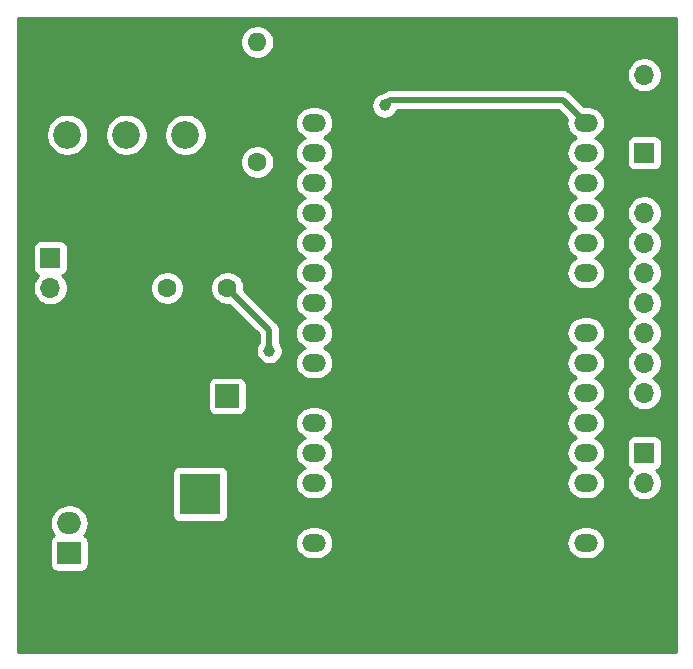
<source format=gbr>
%TF.GenerationSoftware,KiCad,Pcbnew,(5.1.6)-1*%
%TF.CreationDate,2020-11-01T08:40:04-08:00*%
%TF.ProjectId,CentralController,43656e74-7261-46c4-936f-6e74726f6c6c,rev?*%
%TF.SameCoordinates,Original*%
%TF.FileFunction,Copper,L2,Bot*%
%TF.FilePolarity,Positive*%
%FSLAX46Y46*%
G04 Gerber Fmt 4.6, Leading zero omitted, Abs format (unit mm)*
G04 Created by KiCad (PCBNEW (5.1.6)-1) date 2020-11-01 08:40:04*
%MOMM*%
%LPD*%
G01*
G04 APERTURE LIST*
%TA.AperFunction,ComponentPad*%
%ADD10R,2.000000X2.000000*%
%TD*%
%TA.AperFunction,ComponentPad*%
%ADD11C,2.000000*%
%TD*%
%TA.AperFunction,ComponentPad*%
%ADD12R,3.500000X3.500000*%
%TD*%
%TA.AperFunction,ComponentPad*%
%ADD13R,1.700000X1.700000*%
%TD*%
%TA.AperFunction,ComponentPad*%
%ADD14O,1.700000X1.700000*%
%TD*%
%TA.AperFunction,ComponentPad*%
%ADD15C,1.600000*%
%TD*%
%TA.AperFunction,ComponentPad*%
%ADD16R,2.000000X1.905000*%
%TD*%
%TA.AperFunction,ComponentPad*%
%ADD17O,2.000000X1.905000*%
%TD*%
%TA.AperFunction,ComponentPad*%
%ADD18O,1.600000X1.600000*%
%TD*%
%TA.AperFunction,ComponentPad*%
%ADD19C,2.340000*%
%TD*%
%TA.AperFunction,ComponentPad*%
%ADD20O,2.000000X1.500000*%
%TD*%
%TA.AperFunction,ViaPad*%
%ADD21C,1.000000*%
%TD*%
%TA.AperFunction,Conductor*%
%ADD22C,0.500000*%
%TD*%
%TA.AperFunction,Conductor*%
%ADD23C,0.254000*%
%TD*%
G04 APERTURE END LIST*
D10*
%TO.P,C1,1*%
%TO.N,/15V*%
X103378000Y-91694000D03*
D11*
%TO.P,C1,2*%
%TO.N,/GND*%
X98378000Y-91694000D03*
%TD*%
D12*
%TO.P,J1,1*%
%TO.N,/15V*%
X101092000Y-100000000D03*
%TO.P,J1,2*%
%TO.N,/GND*%
%TA.AperFunction,ComponentPad*%
G36*
G01*
X102092000Y-107500000D02*
X100092000Y-107500000D01*
G75*
G02*
X99342000Y-106750000I0J750000D01*
G01*
X99342000Y-105250000D01*
G75*
G02*
X100092000Y-104500000I750000J0D01*
G01*
X102092000Y-104500000D01*
G75*
G02*
X102842000Y-105250000I0J-750000D01*
G01*
X102842000Y-106750000D01*
G75*
G02*
X102092000Y-107500000I-750000J0D01*
G01*
G37*
%TD.AperFunction*%
%TO.P,J1,3*%
%TA.AperFunction,ComponentPad*%
G36*
G01*
X106667000Y-104750000D02*
X104917000Y-104750000D01*
G75*
G02*
X104042000Y-103875000I0J875000D01*
G01*
X104042000Y-102125000D01*
G75*
G02*
X104917000Y-101250000I875000J0D01*
G01*
X106667000Y-101250000D01*
G75*
G02*
X107542000Y-102125000I0J-875000D01*
G01*
X107542000Y-103875000D01*
G75*
G02*
X106667000Y-104750000I-875000J0D01*
G01*
G37*
%TD.AperFunction*%
%TD*%
D13*
%TO.P,J2,1*%
%TO.N,/RX*%
X138684000Y-96520000D03*
D14*
%TO.P,J2,2*%
%TO.N,/TX*%
X138684000Y-99060000D03*
%TD*%
D13*
%TO.P,J3,1*%
%TO.N,/15V*%
X88392000Y-80010000D03*
D14*
%TO.P,J3,2*%
%TO.N,/SPKR_IN*%
X88392000Y-82550000D03*
%TD*%
D13*
%TO.P,J4,1*%
%TO.N,/3V3*%
X138684000Y-71120000D03*
D14*
%TO.P,J4,2*%
%TO.N,/GND*%
X138684000Y-73660000D03*
%TO.P,J4,3*%
%TO.N,/SER*%
X138684000Y-76200000D03*
%TO.P,J4,4*%
%TO.N,/RCLK*%
X138684000Y-78740000D03*
%TO.P,J4,5*%
%TO.N,/SRCLK*%
X138684000Y-81280000D03*
%TO.P,J4,6*%
%TO.N,/ADDR0*%
X138684000Y-83820000D03*
%TO.P,J4,7*%
%TO.N,/ADDR1*%
X138684000Y-86360000D03*
%TO.P,J4,8*%
%TO.N,/ADDR2*%
X138684000Y-88900000D03*
%TO.P,J4,9*%
%TO.N,/ADDR3*%
X138684000Y-91440000D03*
%TD*%
%TO.P,J5,2*%
%TO.N,/15V*%
X138684000Y-64516000D03*
D13*
%TO.P,J5,1*%
%TO.N,/GND*%
X138684000Y-67056000D03*
%TD*%
D15*
%TO.P,PS1,1*%
%TO.N,/15V*%
X98288000Y-82550000D03*
%TO.P,PS1,2*%
%TO.N,/GND*%
X100838000Y-82550000D03*
%TO.P,PS1,3*%
%TO.N,/3V3*%
X103388000Y-82550000D03*
%TD*%
D16*
%TO.P,Q1,1*%
%TO.N,Net-(Q1-Pad1)*%
X90000000Y-105000000D03*
D17*
%TO.P,Q1,2*%
%TO.N,/SPKR_IN*%
X90000000Y-102460000D03*
%TO.P,Q1,3*%
%TO.N,/GND*%
X90000000Y-99920000D03*
%TD*%
D15*
%TO.P,R1,1*%
%TO.N,Net-(R1-Pad1)*%
X105918000Y-71882000D03*
D18*
%TO.P,R1,2*%
%TO.N,/SPKR_CTRL*%
X105918000Y-61722000D03*
%TD*%
D19*
%TO.P,RV1,3*%
%TO.N,Net-(RV1-Pad3)*%
X89822000Y-69596000D03*
%TO.P,RV1,2*%
%TO.N,Net-(R1-Pad1)*%
X94822000Y-69596000D03*
%TO.P,RV1,1*%
%TO.N,Net-(Q1-Pad1)*%
X99822000Y-69596000D03*
%TD*%
D20*
%TO.P,U1,7*%
%TO.N,/ADDR2*%
X133728000Y-88884000D03*
%TO.P,U1,26*%
%TO.N,/3V3*%
X110728000Y-93964000D03*
%TO.P,U1,4*%
%TO.N,/RX*%
X133728000Y-96504000D03*
%TO.P,U1,13*%
%TO.N,/RCLK*%
X133728000Y-73644000D03*
%TO.P,U1,12*%
%TO.N,/SRCLK*%
X133728000Y-76184000D03*
%TO.P,U1,23*%
%TO.N,Net-(U1-Pad23)*%
X110728000Y-86344000D03*
%TO.P,U1,6*%
%TO.N,/ADDR3*%
X133728000Y-91424000D03*
%TO.P,U1,28*%
%TO.N,Net-(U1-Pad28)*%
X110728000Y-99044000D03*
%TO.P,U1,19*%
%TO.N,Net-(U1-Pad19)*%
X110728000Y-76184000D03*
%TO.P,U1,5*%
%TO.N,Net-(U1-Pad5)*%
X133728000Y-93964000D03*
%TO.P,U1,9*%
%TO.N,/GND*%
X133728000Y-83804000D03*
%TO.P,U1,8*%
%TO.N,/ADDR1*%
X133728000Y-86344000D03*
%TO.P,U1,11*%
%TO.N,/ADDR0*%
X133728000Y-78724000D03*
%TO.P,U1,18*%
%TO.N,Net-(U1-Pad18)*%
X110728000Y-73644000D03*
%TO.P,U1,21*%
%TO.N,Net-(U1-Pad21)*%
X110728000Y-81264000D03*
%TO.P,U1,10*%
%TO.N,/3V3*%
X133728000Y-81264000D03*
%TO.P,U1,1*%
X133728000Y-104124000D03*
%TO.P,U1,20*%
%TO.N,Net-(U1-Pad20)*%
X110728000Y-78724000D03*
%TO.P,U1,22*%
%TO.N,Net-(U1-Pad22)*%
X110728000Y-83804000D03*
%TO.P,U1,25*%
%TO.N,/GND*%
X110728000Y-91424000D03*
%TO.P,U1,27*%
%TO.N,Net-(U1-Pad27)*%
X110728000Y-96504000D03*
%TO.P,U1,14*%
%TO.N,/SER*%
X133728000Y-71104000D03*
%TO.P,U1,2*%
%TO.N,/GND*%
X133728000Y-101584000D03*
%TO.P,U1,15*%
%TO.N,/SPKR_CTRL*%
X133728000Y-68564000D03*
%TO.P,U1,29*%
%TO.N,/GND*%
X110728000Y-101584000D03*
%TO.P,U1,16*%
%TO.N,Net-(U1-Pad16)*%
X110728000Y-68564000D03*
%TO.P,U1,17*%
%TO.N,Net-(U1-Pad17)*%
X110728000Y-71104000D03*
%TO.P,U1,3*%
%TO.N,/TX*%
X133728000Y-99044000D03*
%TO.P,U1,30*%
%TO.N,Net-(U1-Pad30)*%
X110728000Y-104124000D03*
%TO.P,U1,24*%
%TO.N,Net-(U1-Pad24)*%
X110728000Y-88884000D03*
%TD*%
D21*
%TO.N,/GND*%
X116000000Y-78000000D03*
X119000000Y-78000000D03*
X122000000Y-78000000D03*
X125000000Y-78000000D03*
X128000000Y-78000000D03*
X128000000Y-81000000D03*
X125000000Y-81000000D03*
X122000000Y-81000000D03*
X119000000Y-81000000D03*
X116000000Y-81000000D03*
X116000000Y-84000000D03*
X119000000Y-84000000D03*
X122000000Y-84000000D03*
X125000000Y-84000000D03*
X128000000Y-84000000D03*
X128000000Y-87000000D03*
X125000000Y-87000000D03*
X122000000Y-87000000D03*
X119000000Y-87000000D03*
X116000000Y-87000000D03*
X116000000Y-90000000D03*
X119000000Y-90000000D03*
X122000000Y-90000000D03*
X125000000Y-90000000D03*
X128000000Y-90000000D03*
X128000000Y-93000000D03*
X125000000Y-93000000D03*
X122000000Y-93000000D03*
X119000000Y-93000000D03*
X119000000Y-96000000D03*
X122000000Y-96000000D03*
X125000000Y-96000000D03*
X128000000Y-96000000D03*
X128000000Y-99000000D03*
X125000000Y-99000000D03*
X122000000Y-99000000D03*
X125000000Y-102000000D03*
X128000000Y-102000000D03*
X119000000Y-102000000D03*
X116000000Y-102000000D03*
X116000000Y-99000000D03*
X116000000Y-105000000D03*
X119000000Y-105000000D03*
X122000000Y-105000000D03*
X125000000Y-108000000D03*
X122000000Y-108000000D03*
X119000000Y-108000000D03*
X116000000Y-108000000D03*
X128000000Y-108000000D03*
X131000000Y-108000000D03*
X134000000Y-108000000D03*
X137000000Y-108000000D03*
X140000000Y-108000000D03*
X140000000Y-105000000D03*
X137000000Y-105000000D03*
X137000000Y-102000000D03*
X140000000Y-102000000D03*
X140000000Y-111000000D03*
X137000000Y-111000000D03*
X134000000Y-111000000D03*
X131000000Y-111000000D03*
X128000000Y-111000000D03*
X125000000Y-111000000D03*
X122000000Y-111000000D03*
X119000000Y-111000000D03*
X116000000Y-111000000D03*
X113000000Y-111000000D03*
X113000000Y-108000000D03*
X113000000Y-105000000D03*
X113000000Y-102000000D03*
X113000000Y-99000000D03*
X113000000Y-96000000D03*
X113000000Y-90000000D03*
X113000000Y-87000000D03*
X113000000Y-84000000D03*
X113000000Y-81000000D03*
X113000000Y-78000000D03*
X113000000Y-75000000D03*
X116000000Y-75000000D03*
X119000000Y-75000000D03*
X122000000Y-75000000D03*
X125000000Y-75000000D03*
X128000000Y-75000000D03*
X106000000Y-75000000D03*
X106000000Y-78000000D03*
X106000000Y-81000000D03*
X103000000Y-78000000D03*
X100000000Y-78000000D03*
X100000000Y-75000000D03*
X103000000Y-75000000D03*
X97000000Y-75000000D03*
X97000000Y-78000000D03*
X94000000Y-78000000D03*
X94000000Y-75000000D03*
X100000000Y-72000000D03*
X103000000Y-72000000D03*
X106000000Y-96000000D03*
X106000000Y-93000000D03*
X106000000Y-99000000D03*
X110000000Y-111000000D03*
X110000000Y-108000000D03*
X107000000Y-108000000D03*
X107000000Y-111000000D03*
X104000000Y-111000000D03*
X101000000Y-111000000D03*
X98000000Y-111000000D03*
X95000000Y-111000000D03*
X92000000Y-111000000D03*
X89000000Y-111000000D03*
X89000000Y-108000000D03*
X92000000Y-108000000D03*
X95000000Y-108000000D03*
X98000000Y-108000000D03*
X98000000Y-105000000D03*
X95000000Y-105000000D03*
X95000000Y-102000000D03*
X98000000Y-102000000D03*
X98000000Y-99000000D03*
X95000000Y-99000000D03*
X92000000Y-99000000D03*
X92000000Y-96000000D03*
X95000000Y-96000000D03*
X98000000Y-96000000D03*
X95000000Y-93000000D03*
X92000000Y-93000000D03*
X92000000Y-90000000D03*
X95000000Y-90000000D03*
X95000000Y-87000000D03*
X92000000Y-87000000D03*
X92000000Y-84000000D03*
X125000000Y-68000000D03*
X136000000Y-67000000D03*
X122000000Y-68000000D03*
X119000000Y-68000000D03*
X119000000Y-65000000D03*
X122000000Y-65000000D03*
X125000000Y-65000000D03*
X128000000Y-65000000D03*
X128000000Y-62000000D03*
X125000000Y-62000000D03*
X122000000Y-62000000D03*
X119000000Y-62000000D03*
X116000000Y-62000000D03*
X116000000Y-65000000D03*
X113000000Y-62000000D03*
X131000000Y-62000000D03*
X134000000Y-62000000D03*
X137000000Y-62000000D03*
X103000000Y-65000000D03*
X106000000Y-65000000D03*
X106000000Y-68000000D03*
X109000000Y-64000000D03*
X103000000Y-62000000D03*
X100000000Y-62000000D03*
X100000000Y-65000000D03*
X97000000Y-65000000D03*
X97000000Y-62000000D03*
X94000000Y-62000000D03*
X94000000Y-65000000D03*
X91000000Y-65000000D03*
X91000000Y-62000000D03*
X88000000Y-62000000D03*
X88000000Y-65000000D03*
X88000000Y-73000000D03*
X91000000Y-73000000D03*
X136000000Y-84000000D03*
%TO.N,/3V3*%
X106934000Y-87884000D03*
%TO.N,/SPKR_CTRL*%
X116693998Y-67100000D03*
%TD*%
D22*
%TO.N,/3V3*%
X106934000Y-86096000D02*
X103388000Y-82550000D01*
X106934000Y-87884000D02*
X106934000Y-86096000D01*
%TO.N,/SPKR_CTRL*%
X131764001Y-66600001D02*
X133728000Y-68564000D01*
X117193997Y-66600001D02*
X131764001Y-66600001D01*
X116693998Y-67100000D02*
X117193997Y-66600001D01*
%TD*%
D23*
%TO.N,/GND*%
G36*
X141340001Y-61967572D02*
G01*
X141340000Y-61967582D01*
X141340001Y-113340000D01*
X85660000Y-113340000D01*
X85660000Y-102460000D01*
X88357319Y-102460000D01*
X88387970Y-102771204D01*
X88478745Y-103070449D01*
X88626155Y-103346235D01*
X88729446Y-103472095D01*
X88645506Y-103516963D01*
X88548815Y-103596315D01*
X88469463Y-103693006D01*
X88410498Y-103803320D01*
X88374188Y-103923018D01*
X88361928Y-104047500D01*
X88361928Y-105952500D01*
X88374188Y-106076982D01*
X88410498Y-106196680D01*
X88469463Y-106306994D01*
X88548815Y-106403685D01*
X88645506Y-106483037D01*
X88755820Y-106542002D01*
X88875518Y-106578312D01*
X89000000Y-106590572D01*
X91000000Y-106590572D01*
X91124482Y-106578312D01*
X91244180Y-106542002D01*
X91354494Y-106483037D01*
X91451185Y-106403685D01*
X91530537Y-106306994D01*
X91589502Y-106196680D01*
X91625812Y-106076982D01*
X91638072Y-105952500D01*
X91638072Y-104124000D01*
X109086299Y-104124000D01*
X109113040Y-104395507D01*
X109192236Y-104656581D01*
X109320843Y-104897188D01*
X109493919Y-105108081D01*
X109704812Y-105281157D01*
X109945419Y-105409764D01*
X110206493Y-105488960D01*
X110409963Y-105509000D01*
X111046037Y-105509000D01*
X111249507Y-105488960D01*
X111510581Y-105409764D01*
X111751188Y-105281157D01*
X111962081Y-105108081D01*
X112135157Y-104897188D01*
X112263764Y-104656581D01*
X112342960Y-104395507D01*
X112369701Y-104124000D01*
X132086299Y-104124000D01*
X132113040Y-104395507D01*
X132192236Y-104656581D01*
X132320843Y-104897188D01*
X132493919Y-105108081D01*
X132704812Y-105281157D01*
X132945419Y-105409764D01*
X133206493Y-105488960D01*
X133409963Y-105509000D01*
X134046037Y-105509000D01*
X134249507Y-105488960D01*
X134510581Y-105409764D01*
X134751188Y-105281157D01*
X134962081Y-105108081D01*
X135135157Y-104897188D01*
X135263764Y-104656581D01*
X135342960Y-104395507D01*
X135369701Y-104124000D01*
X135342960Y-103852493D01*
X135263764Y-103591419D01*
X135135157Y-103350812D01*
X134962081Y-103139919D01*
X134751188Y-102966843D01*
X134510581Y-102838236D01*
X134249507Y-102759040D01*
X134046037Y-102739000D01*
X133409963Y-102739000D01*
X133206493Y-102759040D01*
X132945419Y-102838236D01*
X132704812Y-102966843D01*
X132493919Y-103139919D01*
X132320843Y-103350812D01*
X132192236Y-103591419D01*
X132113040Y-103852493D01*
X132086299Y-104124000D01*
X112369701Y-104124000D01*
X112342960Y-103852493D01*
X112263764Y-103591419D01*
X112135157Y-103350812D01*
X111962081Y-103139919D01*
X111751188Y-102966843D01*
X111510581Y-102838236D01*
X111249507Y-102759040D01*
X111046037Y-102739000D01*
X110409963Y-102739000D01*
X110206493Y-102759040D01*
X109945419Y-102838236D01*
X109704812Y-102966843D01*
X109493919Y-103139919D01*
X109320843Y-103350812D01*
X109192236Y-103591419D01*
X109113040Y-103852493D01*
X109086299Y-104124000D01*
X91638072Y-104124000D01*
X91638072Y-104047500D01*
X91625812Y-103923018D01*
X91589502Y-103803320D01*
X91530537Y-103693006D01*
X91451185Y-103596315D01*
X91354494Y-103516963D01*
X91270554Y-103472095D01*
X91373845Y-103346235D01*
X91521255Y-103070449D01*
X91612030Y-102771204D01*
X91642681Y-102460000D01*
X91612030Y-102148796D01*
X91521255Y-101849551D01*
X91373845Y-101573765D01*
X91175463Y-101332037D01*
X90933735Y-101133655D01*
X90657949Y-100986245D01*
X90358704Y-100895470D01*
X90125486Y-100872500D01*
X89874514Y-100872500D01*
X89641296Y-100895470D01*
X89342051Y-100986245D01*
X89066265Y-101133655D01*
X88824537Y-101332037D01*
X88626155Y-101573765D01*
X88478745Y-101849551D01*
X88387970Y-102148796D01*
X88357319Y-102460000D01*
X85660000Y-102460000D01*
X85660000Y-98250000D01*
X98703928Y-98250000D01*
X98703928Y-101750000D01*
X98716188Y-101874482D01*
X98752498Y-101994180D01*
X98811463Y-102104494D01*
X98890815Y-102201185D01*
X98987506Y-102280537D01*
X99097820Y-102339502D01*
X99217518Y-102375812D01*
X99342000Y-102388072D01*
X102842000Y-102388072D01*
X102966482Y-102375812D01*
X103086180Y-102339502D01*
X103196494Y-102280537D01*
X103293185Y-102201185D01*
X103372537Y-102104494D01*
X103431502Y-101994180D01*
X103467812Y-101874482D01*
X103480072Y-101750000D01*
X103480072Y-98250000D01*
X103467812Y-98125518D01*
X103431502Y-98005820D01*
X103372537Y-97895506D01*
X103293185Y-97798815D01*
X103196494Y-97719463D01*
X103086180Y-97660498D01*
X102966482Y-97624188D01*
X102842000Y-97611928D01*
X99342000Y-97611928D01*
X99217518Y-97624188D01*
X99097820Y-97660498D01*
X98987506Y-97719463D01*
X98890815Y-97798815D01*
X98811463Y-97895506D01*
X98752498Y-98005820D01*
X98716188Y-98125518D01*
X98703928Y-98250000D01*
X85660000Y-98250000D01*
X85660000Y-93964000D01*
X109086299Y-93964000D01*
X109113040Y-94235507D01*
X109192236Y-94496581D01*
X109320843Y-94737188D01*
X109493919Y-94948081D01*
X109704812Y-95121157D01*
X109915927Y-95234000D01*
X109704812Y-95346843D01*
X109493919Y-95519919D01*
X109320843Y-95730812D01*
X109192236Y-95971419D01*
X109113040Y-96232493D01*
X109086299Y-96504000D01*
X109113040Y-96775507D01*
X109192236Y-97036581D01*
X109320843Y-97277188D01*
X109493919Y-97488081D01*
X109704812Y-97661157D01*
X109915927Y-97774000D01*
X109704812Y-97886843D01*
X109493919Y-98059919D01*
X109320843Y-98270812D01*
X109192236Y-98511419D01*
X109113040Y-98772493D01*
X109086299Y-99044000D01*
X109113040Y-99315507D01*
X109192236Y-99576581D01*
X109320843Y-99817188D01*
X109493919Y-100028081D01*
X109704812Y-100201157D01*
X109945419Y-100329764D01*
X110206493Y-100408960D01*
X110409963Y-100429000D01*
X111046037Y-100429000D01*
X111249507Y-100408960D01*
X111510581Y-100329764D01*
X111751188Y-100201157D01*
X111962081Y-100028081D01*
X112135157Y-99817188D01*
X112263764Y-99576581D01*
X112342960Y-99315507D01*
X112369701Y-99044000D01*
X112342960Y-98772493D01*
X112263764Y-98511419D01*
X112135157Y-98270812D01*
X111962081Y-98059919D01*
X111751188Y-97886843D01*
X111540073Y-97774000D01*
X111751188Y-97661157D01*
X111962081Y-97488081D01*
X112135157Y-97277188D01*
X112263764Y-97036581D01*
X112342960Y-96775507D01*
X112369701Y-96504000D01*
X112342960Y-96232493D01*
X112263764Y-95971419D01*
X112135157Y-95730812D01*
X111962081Y-95519919D01*
X111751188Y-95346843D01*
X111540073Y-95234000D01*
X111751188Y-95121157D01*
X111962081Y-94948081D01*
X112135157Y-94737188D01*
X112263764Y-94496581D01*
X112342960Y-94235507D01*
X112369701Y-93964000D01*
X112342960Y-93692493D01*
X112263764Y-93431419D01*
X112135157Y-93190812D01*
X111962081Y-92979919D01*
X111751188Y-92806843D01*
X111510581Y-92678236D01*
X111249507Y-92599040D01*
X111046037Y-92579000D01*
X110409963Y-92579000D01*
X110206493Y-92599040D01*
X109945419Y-92678236D01*
X109704812Y-92806843D01*
X109493919Y-92979919D01*
X109320843Y-93190812D01*
X109192236Y-93431419D01*
X109113040Y-93692493D01*
X109086299Y-93964000D01*
X85660000Y-93964000D01*
X85660000Y-90694000D01*
X101739928Y-90694000D01*
X101739928Y-92694000D01*
X101752188Y-92818482D01*
X101788498Y-92938180D01*
X101847463Y-93048494D01*
X101926815Y-93145185D01*
X102023506Y-93224537D01*
X102133820Y-93283502D01*
X102253518Y-93319812D01*
X102378000Y-93332072D01*
X104378000Y-93332072D01*
X104502482Y-93319812D01*
X104622180Y-93283502D01*
X104732494Y-93224537D01*
X104829185Y-93145185D01*
X104908537Y-93048494D01*
X104967502Y-92938180D01*
X105003812Y-92818482D01*
X105016072Y-92694000D01*
X105016072Y-90694000D01*
X105003812Y-90569518D01*
X104967502Y-90449820D01*
X104908537Y-90339506D01*
X104829185Y-90242815D01*
X104732494Y-90163463D01*
X104622180Y-90104498D01*
X104502482Y-90068188D01*
X104378000Y-90055928D01*
X102378000Y-90055928D01*
X102253518Y-90068188D01*
X102133820Y-90104498D01*
X102023506Y-90163463D01*
X101926815Y-90242815D01*
X101847463Y-90339506D01*
X101788498Y-90449820D01*
X101752188Y-90569518D01*
X101739928Y-90694000D01*
X85660000Y-90694000D01*
X85660000Y-79160000D01*
X86903928Y-79160000D01*
X86903928Y-80860000D01*
X86916188Y-80984482D01*
X86952498Y-81104180D01*
X87011463Y-81214494D01*
X87090815Y-81311185D01*
X87187506Y-81390537D01*
X87297820Y-81449502D01*
X87370380Y-81471513D01*
X87238525Y-81603368D01*
X87076010Y-81846589D01*
X86964068Y-82116842D01*
X86907000Y-82403740D01*
X86907000Y-82696260D01*
X86964068Y-82983158D01*
X87076010Y-83253411D01*
X87238525Y-83496632D01*
X87445368Y-83703475D01*
X87688589Y-83865990D01*
X87958842Y-83977932D01*
X88245740Y-84035000D01*
X88538260Y-84035000D01*
X88825158Y-83977932D01*
X89095411Y-83865990D01*
X89338632Y-83703475D01*
X89545475Y-83496632D01*
X89707990Y-83253411D01*
X89819932Y-82983158D01*
X89877000Y-82696260D01*
X89877000Y-82408665D01*
X96853000Y-82408665D01*
X96853000Y-82691335D01*
X96908147Y-82968574D01*
X97016320Y-83229727D01*
X97173363Y-83464759D01*
X97373241Y-83664637D01*
X97608273Y-83821680D01*
X97869426Y-83929853D01*
X98146665Y-83985000D01*
X98429335Y-83985000D01*
X98706574Y-83929853D01*
X98967727Y-83821680D01*
X99202759Y-83664637D01*
X99402637Y-83464759D01*
X99559680Y-83229727D01*
X99667853Y-82968574D01*
X99723000Y-82691335D01*
X99723000Y-82408665D01*
X101953000Y-82408665D01*
X101953000Y-82691335D01*
X102008147Y-82968574D01*
X102116320Y-83229727D01*
X102273363Y-83464759D01*
X102473241Y-83664637D01*
X102708273Y-83821680D01*
X102969426Y-83929853D01*
X103246665Y-83985000D01*
X103529335Y-83985000D01*
X103564439Y-83978017D01*
X106049001Y-86462580D01*
X106049000Y-87165550D01*
X105928176Y-87346376D01*
X105842617Y-87552933D01*
X105799000Y-87772212D01*
X105799000Y-87995788D01*
X105842617Y-88215067D01*
X105928176Y-88421624D01*
X106052388Y-88607520D01*
X106210480Y-88765612D01*
X106396376Y-88889824D01*
X106602933Y-88975383D01*
X106822212Y-89019000D01*
X107045788Y-89019000D01*
X107265067Y-88975383D01*
X107471624Y-88889824D01*
X107657520Y-88765612D01*
X107815612Y-88607520D01*
X107939824Y-88421624D01*
X108025383Y-88215067D01*
X108069000Y-87995788D01*
X108069000Y-87772212D01*
X108025383Y-87552933D01*
X107939824Y-87346376D01*
X107819000Y-87165550D01*
X107819000Y-86139465D01*
X107823281Y-86095999D01*
X107819000Y-86052533D01*
X107819000Y-86052523D01*
X107806195Y-85922510D01*
X107755589Y-85755687D01*
X107673411Y-85601941D01*
X107562817Y-85467183D01*
X107529049Y-85439470D01*
X104816017Y-82726439D01*
X104823000Y-82691335D01*
X104823000Y-82408665D01*
X104767853Y-82131426D01*
X104659680Y-81870273D01*
X104502637Y-81635241D01*
X104302759Y-81435363D01*
X104067727Y-81278320D01*
X103806574Y-81170147D01*
X103529335Y-81115000D01*
X103246665Y-81115000D01*
X102969426Y-81170147D01*
X102708273Y-81278320D01*
X102473241Y-81435363D01*
X102273363Y-81635241D01*
X102116320Y-81870273D01*
X102008147Y-82131426D01*
X101953000Y-82408665D01*
X99723000Y-82408665D01*
X99667853Y-82131426D01*
X99559680Y-81870273D01*
X99402637Y-81635241D01*
X99202759Y-81435363D01*
X98967727Y-81278320D01*
X98706574Y-81170147D01*
X98429335Y-81115000D01*
X98146665Y-81115000D01*
X97869426Y-81170147D01*
X97608273Y-81278320D01*
X97373241Y-81435363D01*
X97173363Y-81635241D01*
X97016320Y-81870273D01*
X96908147Y-82131426D01*
X96853000Y-82408665D01*
X89877000Y-82408665D01*
X89877000Y-82403740D01*
X89819932Y-82116842D01*
X89707990Y-81846589D01*
X89545475Y-81603368D01*
X89413620Y-81471513D01*
X89486180Y-81449502D01*
X89596494Y-81390537D01*
X89693185Y-81311185D01*
X89772537Y-81214494D01*
X89831502Y-81104180D01*
X89867812Y-80984482D01*
X89880072Y-80860000D01*
X89880072Y-79160000D01*
X89867812Y-79035518D01*
X89831502Y-78915820D01*
X89772537Y-78805506D01*
X89693185Y-78708815D01*
X89596494Y-78629463D01*
X89486180Y-78570498D01*
X89366482Y-78534188D01*
X89242000Y-78521928D01*
X87542000Y-78521928D01*
X87417518Y-78534188D01*
X87297820Y-78570498D01*
X87187506Y-78629463D01*
X87090815Y-78708815D01*
X87011463Y-78805506D01*
X86952498Y-78915820D01*
X86916188Y-79035518D01*
X86903928Y-79160000D01*
X85660000Y-79160000D01*
X85660000Y-71740665D01*
X104483000Y-71740665D01*
X104483000Y-72023335D01*
X104538147Y-72300574D01*
X104646320Y-72561727D01*
X104803363Y-72796759D01*
X105003241Y-72996637D01*
X105238273Y-73153680D01*
X105499426Y-73261853D01*
X105776665Y-73317000D01*
X106059335Y-73317000D01*
X106336574Y-73261853D01*
X106597727Y-73153680D01*
X106832759Y-72996637D01*
X107032637Y-72796759D01*
X107189680Y-72561727D01*
X107297853Y-72300574D01*
X107353000Y-72023335D01*
X107353000Y-71740665D01*
X107297853Y-71463426D01*
X107189680Y-71202273D01*
X107032637Y-70967241D01*
X106832759Y-70767363D01*
X106597727Y-70610320D01*
X106336574Y-70502147D01*
X106059335Y-70447000D01*
X105776665Y-70447000D01*
X105499426Y-70502147D01*
X105238273Y-70610320D01*
X105003241Y-70767363D01*
X104803363Y-70967241D01*
X104646320Y-71202273D01*
X104538147Y-71463426D01*
X104483000Y-71740665D01*
X85660000Y-71740665D01*
X85660000Y-69418223D01*
X88017000Y-69418223D01*
X88017000Y-69773777D01*
X88086365Y-70122499D01*
X88222429Y-70450988D01*
X88419965Y-70746621D01*
X88671379Y-70998035D01*
X88967012Y-71195571D01*
X89295501Y-71331635D01*
X89644223Y-71401000D01*
X89999777Y-71401000D01*
X90348499Y-71331635D01*
X90676988Y-71195571D01*
X90972621Y-70998035D01*
X91224035Y-70746621D01*
X91421571Y-70450988D01*
X91557635Y-70122499D01*
X91627000Y-69773777D01*
X91627000Y-69418223D01*
X93017000Y-69418223D01*
X93017000Y-69773777D01*
X93086365Y-70122499D01*
X93222429Y-70450988D01*
X93419965Y-70746621D01*
X93671379Y-70998035D01*
X93967012Y-71195571D01*
X94295501Y-71331635D01*
X94644223Y-71401000D01*
X94999777Y-71401000D01*
X95348499Y-71331635D01*
X95676988Y-71195571D01*
X95972621Y-70998035D01*
X96224035Y-70746621D01*
X96421571Y-70450988D01*
X96557635Y-70122499D01*
X96627000Y-69773777D01*
X96627000Y-69418223D01*
X98017000Y-69418223D01*
X98017000Y-69773777D01*
X98086365Y-70122499D01*
X98222429Y-70450988D01*
X98419965Y-70746621D01*
X98671379Y-70998035D01*
X98967012Y-71195571D01*
X99295501Y-71331635D01*
X99644223Y-71401000D01*
X99999777Y-71401000D01*
X100348499Y-71331635D01*
X100676988Y-71195571D01*
X100972621Y-70998035D01*
X101224035Y-70746621D01*
X101421571Y-70450988D01*
X101557635Y-70122499D01*
X101627000Y-69773777D01*
X101627000Y-69418223D01*
X101557635Y-69069501D01*
X101421571Y-68741012D01*
X101303296Y-68564000D01*
X109086299Y-68564000D01*
X109113040Y-68835507D01*
X109192236Y-69096581D01*
X109320843Y-69337188D01*
X109493919Y-69548081D01*
X109704812Y-69721157D01*
X109915927Y-69834000D01*
X109704812Y-69946843D01*
X109493919Y-70119919D01*
X109320843Y-70330812D01*
X109192236Y-70571419D01*
X109113040Y-70832493D01*
X109086299Y-71104000D01*
X109113040Y-71375507D01*
X109192236Y-71636581D01*
X109320843Y-71877188D01*
X109493919Y-72088081D01*
X109704812Y-72261157D01*
X109915927Y-72374000D01*
X109704812Y-72486843D01*
X109493919Y-72659919D01*
X109320843Y-72870812D01*
X109192236Y-73111419D01*
X109113040Y-73372493D01*
X109086299Y-73644000D01*
X109113040Y-73915507D01*
X109192236Y-74176581D01*
X109320843Y-74417188D01*
X109493919Y-74628081D01*
X109704812Y-74801157D01*
X109915927Y-74914000D01*
X109704812Y-75026843D01*
X109493919Y-75199919D01*
X109320843Y-75410812D01*
X109192236Y-75651419D01*
X109113040Y-75912493D01*
X109086299Y-76184000D01*
X109113040Y-76455507D01*
X109192236Y-76716581D01*
X109320843Y-76957188D01*
X109493919Y-77168081D01*
X109704812Y-77341157D01*
X109915927Y-77454000D01*
X109704812Y-77566843D01*
X109493919Y-77739919D01*
X109320843Y-77950812D01*
X109192236Y-78191419D01*
X109113040Y-78452493D01*
X109086299Y-78724000D01*
X109113040Y-78995507D01*
X109192236Y-79256581D01*
X109320843Y-79497188D01*
X109493919Y-79708081D01*
X109704812Y-79881157D01*
X109915927Y-79994000D01*
X109704812Y-80106843D01*
X109493919Y-80279919D01*
X109320843Y-80490812D01*
X109192236Y-80731419D01*
X109113040Y-80992493D01*
X109086299Y-81264000D01*
X109113040Y-81535507D01*
X109192236Y-81796581D01*
X109320843Y-82037188D01*
X109493919Y-82248081D01*
X109704812Y-82421157D01*
X109915927Y-82534000D01*
X109704812Y-82646843D01*
X109493919Y-82819919D01*
X109320843Y-83030812D01*
X109192236Y-83271419D01*
X109113040Y-83532493D01*
X109086299Y-83804000D01*
X109113040Y-84075507D01*
X109192236Y-84336581D01*
X109320843Y-84577188D01*
X109493919Y-84788081D01*
X109704812Y-84961157D01*
X109915927Y-85074000D01*
X109704812Y-85186843D01*
X109493919Y-85359919D01*
X109320843Y-85570812D01*
X109192236Y-85811419D01*
X109113040Y-86072493D01*
X109086299Y-86344000D01*
X109113040Y-86615507D01*
X109192236Y-86876581D01*
X109320843Y-87117188D01*
X109493919Y-87328081D01*
X109704812Y-87501157D01*
X109915927Y-87614000D01*
X109704812Y-87726843D01*
X109493919Y-87899919D01*
X109320843Y-88110812D01*
X109192236Y-88351419D01*
X109113040Y-88612493D01*
X109086299Y-88884000D01*
X109113040Y-89155507D01*
X109192236Y-89416581D01*
X109320843Y-89657188D01*
X109493919Y-89868081D01*
X109704812Y-90041157D01*
X109945419Y-90169764D01*
X110206493Y-90248960D01*
X110409963Y-90269000D01*
X111046037Y-90269000D01*
X111249507Y-90248960D01*
X111510581Y-90169764D01*
X111751188Y-90041157D01*
X111962081Y-89868081D01*
X112135157Y-89657188D01*
X112263764Y-89416581D01*
X112342960Y-89155507D01*
X112369701Y-88884000D01*
X112342960Y-88612493D01*
X112263764Y-88351419D01*
X112135157Y-88110812D01*
X111962081Y-87899919D01*
X111751188Y-87726843D01*
X111540073Y-87614000D01*
X111751188Y-87501157D01*
X111962081Y-87328081D01*
X112135157Y-87117188D01*
X112263764Y-86876581D01*
X112342960Y-86615507D01*
X112369701Y-86344000D01*
X132086299Y-86344000D01*
X132113040Y-86615507D01*
X132192236Y-86876581D01*
X132320843Y-87117188D01*
X132493919Y-87328081D01*
X132704812Y-87501157D01*
X132915927Y-87614000D01*
X132704812Y-87726843D01*
X132493919Y-87899919D01*
X132320843Y-88110812D01*
X132192236Y-88351419D01*
X132113040Y-88612493D01*
X132086299Y-88884000D01*
X132113040Y-89155507D01*
X132192236Y-89416581D01*
X132320843Y-89657188D01*
X132493919Y-89868081D01*
X132704812Y-90041157D01*
X132915927Y-90154000D01*
X132704812Y-90266843D01*
X132493919Y-90439919D01*
X132320843Y-90650812D01*
X132192236Y-90891419D01*
X132113040Y-91152493D01*
X132086299Y-91424000D01*
X132113040Y-91695507D01*
X132192236Y-91956581D01*
X132320843Y-92197188D01*
X132493919Y-92408081D01*
X132704812Y-92581157D01*
X132915927Y-92694000D01*
X132704812Y-92806843D01*
X132493919Y-92979919D01*
X132320843Y-93190812D01*
X132192236Y-93431419D01*
X132113040Y-93692493D01*
X132086299Y-93964000D01*
X132113040Y-94235507D01*
X132192236Y-94496581D01*
X132320843Y-94737188D01*
X132493919Y-94948081D01*
X132704812Y-95121157D01*
X132915927Y-95234000D01*
X132704812Y-95346843D01*
X132493919Y-95519919D01*
X132320843Y-95730812D01*
X132192236Y-95971419D01*
X132113040Y-96232493D01*
X132086299Y-96504000D01*
X132113040Y-96775507D01*
X132192236Y-97036581D01*
X132320843Y-97277188D01*
X132493919Y-97488081D01*
X132704812Y-97661157D01*
X132915927Y-97774000D01*
X132704812Y-97886843D01*
X132493919Y-98059919D01*
X132320843Y-98270812D01*
X132192236Y-98511419D01*
X132113040Y-98772493D01*
X132086299Y-99044000D01*
X132113040Y-99315507D01*
X132192236Y-99576581D01*
X132320843Y-99817188D01*
X132493919Y-100028081D01*
X132704812Y-100201157D01*
X132945419Y-100329764D01*
X133206493Y-100408960D01*
X133409963Y-100429000D01*
X134046037Y-100429000D01*
X134249507Y-100408960D01*
X134510581Y-100329764D01*
X134751188Y-100201157D01*
X134962081Y-100028081D01*
X135135157Y-99817188D01*
X135263764Y-99576581D01*
X135342960Y-99315507D01*
X135369701Y-99044000D01*
X135342960Y-98772493D01*
X135263764Y-98511419D01*
X135135157Y-98270812D01*
X134962081Y-98059919D01*
X134751188Y-97886843D01*
X134540073Y-97774000D01*
X134751188Y-97661157D01*
X134962081Y-97488081D01*
X135135157Y-97277188D01*
X135263764Y-97036581D01*
X135342960Y-96775507D01*
X135369701Y-96504000D01*
X135342960Y-96232493D01*
X135263764Y-95971419D01*
X135135157Y-95730812D01*
X135085250Y-95670000D01*
X137195928Y-95670000D01*
X137195928Y-97370000D01*
X137208188Y-97494482D01*
X137244498Y-97614180D01*
X137303463Y-97724494D01*
X137382815Y-97821185D01*
X137479506Y-97900537D01*
X137589820Y-97959502D01*
X137662380Y-97981513D01*
X137530525Y-98113368D01*
X137368010Y-98356589D01*
X137256068Y-98626842D01*
X137199000Y-98913740D01*
X137199000Y-99206260D01*
X137256068Y-99493158D01*
X137368010Y-99763411D01*
X137530525Y-100006632D01*
X137737368Y-100213475D01*
X137980589Y-100375990D01*
X138250842Y-100487932D01*
X138537740Y-100545000D01*
X138830260Y-100545000D01*
X139117158Y-100487932D01*
X139387411Y-100375990D01*
X139630632Y-100213475D01*
X139837475Y-100006632D01*
X139999990Y-99763411D01*
X140111932Y-99493158D01*
X140169000Y-99206260D01*
X140169000Y-98913740D01*
X140111932Y-98626842D01*
X139999990Y-98356589D01*
X139837475Y-98113368D01*
X139705620Y-97981513D01*
X139778180Y-97959502D01*
X139888494Y-97900537D01*
X139985185Y-97821185D01*
X140064537Y-97724494D01*
X140123502Y-97614180D01*
X140159812Y-97494482D01*
X140172072Y-97370000D01*
X140172072Y-95670000D01*
X140159812Y-95545518D01*
X140123502Y-95425820D01*
X140064537Y-95315506D01*
X139985185Y-95218815D01*
X139888494Y-95139463D01*
X139778180Y-95080498D01*
X139658482Y-95044188D01*
X139534000Y-95031928D01*
X137834000Y-95031928D01*
X137709518Y-95044188D01*
X137589820Y-95080498D01*
X137479506Y-95139463D01*
X137382815Y-95218815D01*
X137303463Y-95315506D01*
X137244498Y-95425820D01*
X137208188Y-95545518D01*
X137195928Y-95670000D01*
X135085250Y-95670000D01*
X134962081Y-95519919D01*
X134751188Y-95346843D01*
X134540073Y-95234000D01*
X134751188Y-95121157D01*
X134962081Y-94948081D01*
X135135157Y-94737188D01*
X135263764Y-94496581D01*
X135342960Y-94235507D01*
X135369701Y-93964000D01*
X135342960Y-93692493D01*
X135263764Y-93431419D01*
X135135157Y-93190812D01*
X134962081Y-92979919D01*
X134751188Y-92806843D01*
X134540073Y-92694000D01*
X134751188Y-92581157D01*
X134962081Y-92408081D01*
X135135157Y-92197188D01*
X135263764Y-91956581D01*
X135342960Y-91695507D01*
X135369701Y-91424000D01*
X135342960Y-91152493D01*
X135263764Y-90891419D01*
X135135157Y-90650812D01*
X134962081Y-90439919D01*
X134751188Y-90266843D01*
X134540073Y-90154000D01*
X134751188Y-90041157D01*
X134962081Y-89868081D01*
X135135157Y-89657188D01*
X135263764Y-89416581D01*
X135342960Y-89155507D01*
X135369701Y-88884000D01*
X135342960Y-88612493D01*
X135263764Y-88351419D01*
X135135157Y-88110812D01*
X134962081Y-87899919D01*
X134751188Y-87726843D01*
X134540073Y-87614000D01*
X134751188Y-87501157D01*
X134962081Y-87328081D01*
X135135157Y-87117188D01*
X135263764Y-86876581D01*
X135342960Y-86615507D01*
X135369701Y-86344000D01*
X135342960Y-86072493D01*
X135263764Y-85811419D01*
X135135157Y-85570812D01*
X134962081Y-85359919D01*
X134751188Y-85186843D01*
X134510581Y-85058236D01*
X134249507Y-84979040D01*
X134046037Y-84959000D01*
X133409963Y-84959000D01*
X133206493Y-84979040D01*
X132945419Y-85058236D01*
X132704812Y-85186843D01*
X132493919Y-85359919D01*
X132320843Y-85570812D01*
X132192236Y-85811419D01*
X132113040Y-86072493D01*
X132086299Y-86344000D01*
X112369701Y-86344000D01*
X112342960Y-86072493D01*
X112263764Y-85811419D01*
X112135157Y-85570812D01*
X111962081Y-85359919D01*
X111751188Y-85186843D01*
X111540073Y-85074000D01*
X111751188Y-84961157D01*
X111962081Y-84788081D01*
X112135157Y-84577188D01*
X112263764Y-84336581D01*
X112342960Y-84075507D01*
X112369701Y-83804000D01*
X112342960Y-83532493D01*
X112263764Y-83271419D01*
X112135157Y-83030812D01*
X111962081Y-82819919D01*
X111751188Y-82646843D01*
X111540073Y-82534000D01*
X111751188Y-82421157D01*
X111962081Y-82248081D01*
X112135157Y-82037188D01*
X112263764Y-81796581D01*
X112342960Y-81535507D01*
X112369701Y-81264000D01*
X112342960Y-80992493D01*
X112263764Y-80731419D01*
X112135157Y-80490812D01*
X111962081Y-80279919D01*
X111751188Y-80106843D01*
X111540073Y-79994000D01*
X111751188Y-79881157D01*
X111962081Y-79708081D01*
X112135157Y-79497188D01*
X112263764Y-79256581D01*
X112342960Y-78995507D01*
X112369701Y-78724000D01*
X112342960Y-78452493D01*
X112263764Y-78191419D01*
X112135157Y-77950812D01*
X111962081Y-77739919D01*
X111751188Y-77566843D01*
X111540073Y-77454000D01*
X111751188Y-77341157D01*
X111962081Y-77168081D01*
X112135157Y-76957188D01*
X112263764Y-76716581D01*
X112342960Y-76455507D01*
X112369701Y-76184000D01*
X112342960Y-75912493D01*
X112263764Y-75651419D01*
X112135157Y-75410812D01*
X111962081Y-75199919D01*
X111751188Y-75026843D01*
X111540073Y-74914000D01*
X111751188Y-74801157D01*
X111962081Y-74628081D01*
X112135157Y-74417188D01*
X112263764Y-74176581D01*
X112342960Y-73915507D01*
X112369701Y-73644000D01*
X112342960Y-73372493D01*
X112263764Y-73111419D01*
X112135157Y-72870812D01*
X111962081Y-72659919D01*
X111751188Y-72486843D01*
X111540073Y-72374000D01*
X111751188Y-72261157D01*
X111962081Y-72088081D01*
X112135157Y-71877188D01*
X112263764Y-71636581D01*
X112342960Y-71375507D01*
X112369701Y-71104000D01*
X112342960Y-70832493D01*
X112263764Y-70571419D01*
X112135157Y-70330812D01*
X111962081Y-70119919D01*
X111751188Y-69946843D01*
X111540073Y-69834000D01*
X111751188Y-69721157D01*
X111962081Y-69548081D01*
X112135157Y-69337188D01*
X112263764Y-69096581D01*
X112342960Y-68835507D01*
X112369701Y-68564000D01*
X112342960Y-68292493D01*
X112263764Y-68031419D01*
X112135157Y-67790812D01*
X111962081Y-67579919D01*
X111751188Y-67406843D01*
X111510581Y-67278236D01*
X111249507Y-67199040D01*
X111046037Y-67179000D01*
X110409963Y-67179000D01*
X110206493Y-67199040D01*
X109945419Y-67278236D01*
X109704812Y-67406843D01*
X109493919Y-67579919D01*
X109320843Y-67790812D01*
X109192236Y-68031419D01*
X109113040Y-68292493D01*
X109086299Y-68564000D01*
X101303296Y-68564000D01*
X101224035Y-68445379D01*
X100972621Y-68193965D01*
X100676988Y-67996429D01*
X100348499Y-67860365D01*
X99999777Y-67791000D01*
X99644223Y-67791000D01*
X99295501Y-67860365D01*
X98967012Y-67996429D01*
X98671379Y-68193965D01*
X98419965Y-68445379D01*
X98222429Y-68741012D01*
X98086365Y-69069501D01*
X98017000Y-69418223D01*
X96627000Y-69418223D01*
X96557635Y-69069501D01*
X96421571Y-68741012D01*
X96224035Y-68445379D01*
X95972621Y-68193965D01*
X95676988Y-67996429D01*
X95348499Y-67860365D01*
X94999777Y-67791000D01*
X94644223Y-67791000D01*
X94295501Y-67860365D01*
X93967012Y-67996429D01*
X93671379Y-68193965D01*
X93419965Y-68445379D01*
X93222429Y-68741012D01*
X93086365Y-69069501D01*
X93017000Y-69418223D01*
X91627000Y-69418223D01*
X91557635Y-69069501D01*
X91421571Y-68741012D01*
X91224035Y-68445379D01*
X90972621Y-68193965D01*
X90676988Y-67996429D01*
X90348499Y-67860365D01*
X89999777Y-67791000D01*
X89644223Y-67791000D01*
X89295501Y-67860365D01*
X88967012Y-67996429D01*
X88671379Y-68193965D01*
X88419965Y-68445379D01*
X88222429Y-68741012D01*
X88086365Y-69069501D01*
X88017000Y-69418223D01*
X85660000Y-69418223D01*
X85660000Y-66988212D01*
X115558998Y-66988212D01*
X115558998Y-67211788D01*
X115602615Y-67431067D01*
X115688174Y-67637624D01*
X115812386Y-67823520D01*
X115970478Y-67981612D01*
X116156374Y-68105824D01*
X116362931Y-68191383D01*
X116582210Y-68235000D01*
X116805786Y-68235000D01*
X117025065Y-68191383D01*
X117231622Y-68105824D01*
X117417518Y-67981612D01*
X117575610Y-67823520D01*
X117699822Y-67637624D01*
X117763041Y-67485001D01*
X131397423Y-67485001D01*
X132134423Y-68222002D01*
X132113040Y-68292493D01*
X132086299Y-68564000D01*
X132113040Y-68835507D01*
X132192236Y-69096581D01*
X132320843Y-69337188D01*
X132493919Y-69548081D01*
X132704812Y-69721157D01*
X132915927Y-69834000D01*
X132704812Y-69946843D01*
X132493919Y-70119919D01*
X132320843Y-70330812D01*
X132192236Y-70571419D01*
X132113040Y-70832493D01*
X132086299Y-71104000D01*
X132113040Y-71375507D01*
X132192236Y-71636581D01*
X132320843Y-71877188D01*
X132493919Y-72088081D01*
X132704812Y-72261157D01*
X132915927Y-72374000D01*
X132704812Y-72486843D01*
X132493919Y-72659919D01*
X132320843Y-72870812D01*
X132192236Y-73111419D01*
X132113040Y-73372493D01*
X132086299Y-73644000D01*
X132113040Y-73915507D01*
X132192236Y-74176581D01*
X132320843Y-74417188D01*
X132493919Y-74628081D01*
X132704812Y-74801157D01*
X132915927Y-74914000D01*
X132704812Y-75026843D01*
X132493919Y-75199919D01*
X132320843Y-75410812D01*
X132192236Y-75651419D01*
X132113040Y-75912493D01*
X132086299Y-76184000D01*
X132113040Y-76455507D01*
X132192236Y-76716581D01*
X132320843Y-76957188D01*
X132493919Y-77168081D01*
X132704812Y-77341157D01*
X132915927Y-77454000D01*
X132704812Y-77566843D01*
X132493919Y-77739919D01*
X132320843Y-77950812D01*
X132192236Y-78191419D01*
X132113040Y-78452493D01*
X132086299Y-78724000D01*
X132113040Y-78995507D01*
X132192236Y-79256581D01*
X132320843Y-79497188D01*
X132493919Y-79708081D01*
X132704812Y-79881157D01*
X132915927Y-79994000D01*
X132704812Y-80106843D01*
X132493919Y-80279919D01*
X132320843Y-80490812D01*
X132192236Y-80731419D01*
X132113040Y-80992493D01*
X132086299Y-81264000D01*
X132113040Y-81535507D01*
X132192236Y-81796581D01*
X132320843Y-82037188D01*
X132493919Y-82248081D01*
X132704812Y-82421157D01*
X132945419Y-82549764D01*
X133206493Y-82628960D01*
X133409963Y-82649000D01*
X134046037Y-82649000D01*
X134249507Y-82628960D01*
X134510581Y-82549764D01*
X134751188Y-82421157D01*
X134962081Y-82248081D01*
X135135157Y-82037188D01*
X135263764Y-81796581D01*
X135342960Y-81535507D01*
X135369701Y-81264000D01*
X135342960Y-80992493D01*
X135263764Y-80731419D01*
X135135157Y-80490812D01*
X134962081Y-80279919D01*
X134751188Y-80106843D01*
X134540073Y-79994000D01*
X134751188Y-79881157D01*
X134962081Y-79708081D01*
X135135157Y-79497188D01*
X135263764Y-79256581D01*
X135342960Y-78995507D01*
X135369701Y-78724000D01*
X135342960Y-78452493D01*
X135263764Y-78191419D01*
X135135157Y-77950812D01*
X134962081Y-77739919D01*
X134751188Y-77566843D01*
X134540073Y-77454000D01*
X134751188Y-77341157D01*
X134962081Y-77168081D01*
X135135157Y-76957188D01*
X135263764Y-76716581D01*
X135342960Y-76455507D01*
X135369701Y-76184000D01*
X135356872Y-76053740D01*
X137199000Y-76053740D01*
X137199000Y-76346260D01*
X137256068Y-76633158D01*
X137368010Y-76903411D01*
X137530525Y-77146632D01*
X137737368Y-77353475D01*
X137911760Y-77470000D01*
X137737368Y-77586525D01*
X137530525Y-77793368D01*
X137368010Y-78036589D01*
X137256068Y-78306842D01*
X137199000Y-78593740D01*
X137199000Y-78886260D01*
X137256068Y-79173158D01*
X137368010Y-79443411D01*
X137530525Y-79686632D01*
X137737368Y-79893475D01*
X137911760Y-80010000D01*
X137737368Y-80126525D01*
X137530525Y-80333368D01*
X137368010Y-80576589D01*
X137256068Y-80846842D01*
X137199000Y-81133740D01*
X137199000Y-81426260D01*
X137256068Y-81713158D01*
X137368010Y-81983411D01*
X137530525Y-82226632D01*
X137737368Y-82433475D01*
X137911760Y-82550000D01*
X137737368Y-82666525D01*
X137530525Y-82873368D01*
X137368010Y-83116589D01*
X137256068Y-83386842D01*
X137199000Y-83673740D01*
X137199000Y-83966260D01*
X137256068Y-84253158D01*
X137368010Y-84523411D01*
X137530525Y-84766632D01*
X137737368Y-84973475D01*
X137911760Y-85090000D01*
X137737368Y-85206525D01*
X137530525Y-85413368D01*
X137368010Y-85656589D01*
X137256068Y-85926842D01*
X137199000Y-86213740D01*
X137199000Y-86506260D01*
X137256068Y-86793158D01*
X137368010Y-87063411D01*
X137530525Y-87306632D01*
X137737368Y-87513475D01*
X137911760Y-87630000D01*
X137737368Y-87746525D01*
X137530525Y-87953368D01*
X137368010Y-88196589D01*
X137256068Y-88466842D01*
X137199000Y-88753740D01*
X137199000Y-89046260D01*
X137256068Y-89333158D01*
X137368010Y-89603411D01*
X137530525Y-89846632D01*
X137737368Y-90053475D01*
X137911760Y-90170000D01*
X137737368Y-90286525D01*
X137530525Y-90493368D01*
X137368010Y-90736589D01*
X137256068Y-91006842D01*
X137199000Y-91293740D01*
X137199000Y-91586260D01*
X137256068Y-91873158D01*
X137368010Y-92143411D01*
X137530525Y-92386632D01*
X137737368Y-92593475D01*
X137980589Y-92755990D01*
X138250842Y-92867932D01*
X138537740Y-92925000D01*
X138830260Y-92925000D01*
X139117158Y-92867932D01*
X139387411Y-92755990D01*
X139630632Y-92593475D01*
X139837475Y-92386632D01*
X139999990Y-92143411D01*
X140111932Y-91873158D01*
X140169000Y-91586260D01*
X140169000Y-91293740D01*
X140111932Y-91006842D01*
X139999990Y-90736589D01*
X139837475Y-90493368D01*
X139630632Y-90286525D01*
X139456240Y-90170000D01*
X139630632Y-90053475D01*
X139837475Y-89846632D01*
X139999990Y-89603411D01*
X140111932Y-89333158D01*
X140169000Y-89046260D01*
X140169000Y-88753740D01*
X140111932Y-88466842D01*
X139999990Y-88196589D01*
X139837475Y-87953368D01*
X139630632Y-87746525D01*
X139456240Y-87630000D01*
X139630632Y-87513475D01*
X139837475Y-87306632D01*
X139999990Y-87063411D01*
X140111932Y-86793158D01*
X140169000Y-86506260D01*
X140169000Y-86213740D01*
X140111932Y-85926842D01*
X139999990Y-85656589D01*
X139837475Y-85413368D01*
X139630632Y-85206525D01*
X139456240Y-85090000D01*
X139630632Y-84973475D01*
X139837475Y-84766632D01*
X139999990Y-84523411D01*
X140111932Y-84253158D01*
X140169000Y-83966260D01*
X140169000Y-83673740D01*
X140111932Y-83386842D01*
X139999990Y-83116589D01*
X139837475Y-82873368D01*
X139630632Y-82666525D01*
X139456240Y-82550000D01*
X139630632Y-82433475D01*
X139837475Y-82226632D01*
X139999990Y-81983411D01*
X140111932Y-81713158D01*
X140169000Y-81426260D01*
X140169000Y-81133740D01*
X140111932Y-80846842D01*
X139999990Y-80576589D01*
X139837475Y-80333368D01*
X139630632Y-80126525D01*
X139456240Y-80010000D01*
X139630632Y-79893475D01*
X139837475Y-79686632D01*
X139999990Y-79443411D01*
X140111932Y-79173158D01*
X140169000Y-78886260D01*
X140169000Y-78593740D01*
X140111932Y-78306842D01*
X139999990Y-78036589D01*
X139837475Y-77793368D01*
X139630632Y-77586525D01*
X139456240Y-77470000D01*
X139630632Y-77353475D01*
X139837475Y-77146632D01*
X139999990Y-76903411D01*
X140111932Y-76633158D01*
X140169000Y-76346260D01*
X140169000Y-76053740D01*
X140111932Y-75766842D01*
X139999990Y-75496589D01*
X139837475Y-75253368D01*
X139630632Y-75046525D01*
X139387411Y-74884010D01*
X139117158Y-74772068D01*
X138830260Y-74715000D01*
X138537740Y-74715000D01*
X138250842Y-74772068D01*
X137980589Y-74884010D01*
X137737368Y-75046525D01*
X137530525Y-75253368D01*
X137368010Y-75496589D01*
X137256068Y-75766842D01*
X137199000Y-76053740D01*
X135356872Y-76053740D01*
X135342960Y-75912493D01*
X135263764Y-75651419D01*
X135135157Y-75410812D01*
X134962081Y-75199919D01*
X134751188Y-75026843D01*
X134540073Y-74914000D01*
X134751188Y-74801157D01*
X134962081Y-74628081D01*
X135135157Y-74417188D01*
X135263764Y-74176581D01*
X135342960Y-73915507D01*
X135369701Y-73644000D01*
X135342960Y-73372493D01*
X135263764Y-73111419D01*
X135135157Y-72870812D01*
X134962081Y-72659919D01*
X134751188Y-72486843D01*
X134540073Y-72374000D01*
X134751188Y-72261157D01*
X134962081Y-72088081D01*
X135135157Y-71877188D01*
X135263764Y-71636581D01*
X135342960Y-71375507D01*
X135369701Y-71104000D01*
X135342960Y-70832493D01*
X135263764Y-70571419D01*
X135135157Y-70330812D01*
X135085250Y-70270000D01*
X137195928Y-70270000D01*
X137195928Y-71970000D01*
X137208188Y-72094482D01*
X137244498Y-72214180D01*
X137303463Y-72324494D01*
X137382815Y-72421185D01*
X137479506Y-72500537D01*
X137589820Y-72559502D01*
X137709518Y-72595812D01*
X137834000Y-72608072D01*
X139534000Y-72608072D01*
X139658482Y-72595812D01*
X139778180Y-72559502D01*
X139888494Y-72500537D01*
X139985185Y-72421185D01*
X140064537Y-72324494D01*
X140123502Y-72214180D01*
X140159812Y-72094482D01*
X140172072Y-71970000D01*
X140172072Y-70270000D01*
X140159812Y-70145518D01*
X140123502Y-70025820D01*
X140064537Y-69915506D01*
X139985185Y-69818815D01*
X139888494Y-69739463D01*
X139778180Y-69680498D01*
X139658482Y-69644188D01*
X139534000Y-69631928D01*
X137834000Y-69631928D01*
X137709518Y-69644188D01*
X137589820Y-69680498D01*
X137479506Y-69739463D01*
X137382815Y-69818815D01*
X137303463Y-69915506D01*
X137244498Y-70025820D01*
X137208188Y-70145518D01*
X137195928Y-70270000D01*
X135085250Y-70270000D01*
X134962081Y-70119919D01*
X134751188Y-69946843D01*
X134540073Y-69834000D01*
X134751188Y-69721157D01*
X134962081Y-69548081D01*
X135135157Y-69337188D01*
X135263764Y-69096581D01*
X135342960Y-68835507D01*
X135369701Y-68564000D01*
X135342960Y-68292493D01*
X135263764Y-68031419D01*
X135135157Y-67790812D01*
X134962081Y-67579919D01*
X134751188Y-67406843D01*
X134510581Y-67278236D01*
X134249507Y-67199040D01*
X134046037Y-67179000D01*
X133594579Y-67179000D01*
X132420535Y-66004957D01*
X132392818Y-65971184D01*
X132258060Y-65860590D01*
X132104314Y-65778412D01*
X131937491Y-65727806D01*
X131807478Y-65715001D01*
X131807470Y-65715001D01*
X131764001Y-65710720D01*
X131720532Y-65715001D01*
X117237462Y-65715001D01*
X117193996Y-65710720D01*
X117150530Y-65715001D01*
X117150520Y-65715001D01*
X117020507Y-65727806D01*
X116853684Y-65778412D01*
X116699938Y-65860590D01*
X116569678Y-65967493D01*
X116362931Y-66008617D01*
X116156374Y-66094176D01*
X115970478Y-66218388D01*
X115812386Y-66376480D01*
X115688174Y-66562376D01*
X115602615Y-66768933D01*
X115558998Y-66988212D01*
X85660000Y-66988212D01*
X85660000Y-64369740D01*
X137199000Y-64369740D01*
X137199000Y-64662260D01*
X137256068Y-64949158D01*
X137368010Y-65219411D01*
X137530525Y-65462632D01*
X137737368Y-65669475D01*
X137980589Y-65831990D01*
X138250842Y-65943932D01*
X138537740Y-66001000D01*
X138830260Y-66001000D01*
X139117158Y-65943932D01*
X139387411Y-65831990D01*
X139630632Y-65669475D01*
X139837475Y-65462632D01*
X139999990Y-65219411D01*
X140111932Y-64949158D01*
X140169000Y-64662260D01*
X140169000Y-64369740D01*
X140111932Y-64082842D01*
X139999990Y-63812589D01*
X139837475Y-63569368D01*
X139630632Y-63362525D01*
X139387411Y-63200010D01*
X139117158Y-63088068D01*
X138830260Y-63031000D01*
X138537740Y-63031000D01*
X138250842Y-63088068D01*
X137980589Y-63200010D01*
X137737368Y-63362525D01*
X137530525Y-63569368D01*
X137368010Y-63812589D01*
X137256068Y-64082842D01*
X137199000Y-64369740D01*
X85660000Y-64369740D01*
X85660000Y-61580665D01*
X104483000Y-61580665D01*
X104483000Y-61863335D01*
X104538147Y-62140574D01*
X104646320Y-62401727D01*
X104803363Y-62636759D01*
X105003241Y-62836637D01*
X105238273Y-62993680D01*
X105499426Y-63101853D01*
X105776665Y-63157000D01*
X106059335Y-63157000D01*
X106336574Y-63101853D01*
X106597727Y-62993680D01*
X106832759Y-62836637D01*
X107032637Y-62636759D01*
X107189680Y-62401727D01*
X107297853Y-62140574D01*
X107353000Y-61863335D01*
X107353000Y-61580665D01*
X107297853Y-61303426D01*
X107189680Y-61042273D01*
X107032637Y-60807241D01*
X106832759Y-60607363D01*
X106597727Y-60450320D01*
X106336574Y-60342147D01*
X106059335Y-60287000D01*
X105776665Y-60287000D01*
X105499426Y-60342147D01*
X105238273Y-60450320D01*
X105003241Y-60607363D01*
X104803363Y-60807241D01*
X104646320Y-61042273D01*
X104538147Y-61303426D01*
X104483000Y-61580665D01*
X85660000Y-61580665D01*
X85660000Y-59660000D01*
X141340000Y-59660000D01*
X141340001Y-61967572D01*
G37*
X141340001Y-61967572D02*
X141340000Y-61967582D01*
X141340001Y-113340000D01*
X85660000Y-113340000D01*
X85660000Y-102460000D01*
X88357319Y-102460000D01*
X88387970Y-102771204D01*
X88478745Y-103070449D01*
X88626155Y-103346235D01*
X88729446Y-103472095D01*
X88645506Y-103516963D01*
X88548815Y-103596315D01*
X88469463Y-103693006D01*
X88410498Y-103803320D01*
X88374188Y-103923018D01*
X88361928Y-104047500D01*
X88361928Y-105952500D01*
X88374188Y-106076982D01*
X88410498Y-106196680D01*
X88469463Y-106306994D01*
X88548815Y-106403685D01*
X88645506Y-106483037D01*
X88755820Y-106542002D01*
X88875518Y-106578312D01*
X89000000Y-106590572D01*
X91000000Y-106590572D01*
X91124482Y-106578312D01*
X91244180Y-106542002D01*
X91354494Y-106483037D01*
X91451185Y-106403685D01*
X91530537Y-106306994D01*
X91589502Y-106196680D01*
X91625812Y-106076982D01*
X91638072Y-105952500D01*
X91638072Y-104124000D01*
X109086299Y-104124000D01*
X109113040Y-104395507D01*
X109192236Y-104656581D01*
X109320843Y-104897188D01*
X109493919Y-105108081D01*
X109704812Y-105281157D01*
X109945419Y-105409764D01*
X110206493Y-105488960D01*
X110409963Y-105509000D01*
X111046037Y-105509000D01*
X111249507Y-105488960D01*
X111510581Y-105409764D01*
X111751188Y-105281157D01*
X111962081Y-105108081D01*
X112135157Y-104897188D01*
X112263764Y-104656581D01*
X112342960Y-104395507D01*
X112369701Y-104124000D01*
X132086299Y-104124000D01*
X132113040Y-104395507D01*
X132192236Y-104656581D01*
X132320843Y-104897188D01*
X132493919Y-105108081D01*
X132704812Y-105281157D01*
X132945419Y-105409764D01*
X133206493Y-105488960D01*
X133409963Y-105509000D01*
X134046037Y-105509000D01*
X134249507Y-105488960D01*
X134510581Y-105409764D01*
X134751188Y-105281157D01*
X134962081Y-105108081D01*
X135135157Y-104897188D01*
X135263764Y-104656581D01*
X135342960Y-104395507D01*
X135369701Y-104124000D01*
X135342960Y-103852493D01*
X135263764Y-103591419D01*
X135135157Y-103350812D01*
X134962081Y-103139919D01*
X134751188Y-102966843D01*
X134510581Y-102838236D01*
X134249507Y-102759040D01*
X134046037Y-102739000D01*
X133409963Y-102739000D01*
X133206493Y-102759040D01*
X132945419Y-102838236D01*
X132704812Y-102966843D01*
X132493919Y-103139919D01*
X132320843Y-103350812D01*
X132192236Y-103591419D01*
X132113040Y-103852493D01*
X132086299Y-104124000D01*
X112369701Y-104124000D01*
X112342960Y-103852493D01*
X112263764Y-103591419D01*
X112135157Y-103350812D01*
X111962081Y-103139919D01*
X111751188Y-102966843D01*
X111510581Y-102838236D01*
X111249507Y-102759040D01*
X111046037Y-102739000D01*
X110409963Y-102739000D01*
X110206493Y-102759040D01*
X109945419Y-102838236D01*
X109704812Y-102966843D01*
X109493919Y-103139919D01*
X109320843Y-103350812D01*
X109192236Y-103591419D01*
X109113040Y-103852493D01*
X109086299Y-104124000D01*
X91638072Y-104124000D01*
X91638072Y-104047500D01*
X91625812Y-103923018D01*
X91589502Y-103803320D01*
X91530537Y-103693006D01*
X91451185Y-103596315D01*
X91354494Y-103516963D01*
X91270554Y-103472095D01*
X91373845Y-103346235D01*
X91521255Y-103070449D01*
X91612030Y-102771204D01*
X91642681Y-102460000D01*
X91612030Y-102148796D01*
X91521255Y-101849551D01*
X91373845Y-101573765D01*
X91175463Y-101332037D01*
X90933735Y-101133655D01*
X90657949Y-100986245D01*
X90358704Y-100895470D01*
X90125486Y-100872500D01*
X89874514Y-100872500D01*
X89641296Y-100895470D01*
X89342051Y-100986245D01*
X89066265Y-101133655D01*
X88824537Y-101332037D01*
X88626155Y-101573765D01*
X88478745Y-101849551D01*
X88387970Y-102148796D01*
X88357319Y-102460000D01*
X85660000Y-102460000D01*
X85660000Y-98250000D01*
X98703928Y-98250000D01*
X98703928Y-101750000D01*
X98716188Y-101874482D01*
X98752498Y-101994180D01*
X98811463Y-102104494D01*
X98890815Y-102201185D01*
X98987506Y-102280537D01*
X99097820Y-102339502D01*
X99217518Y-102375812D01*
X99342000Y-102388072D01*
X102842000Y-102388072D01*
X102966482Y-102375812D01*
X103086180Y-102339502D01*
X103196494Y-102280537D01*
X103293185Y-102201185D01*
X103372537Y-102104494D01*
X103431502Y-101994180D01*
X103467812Y-101874482D01*
X103480072Y-101750000D01*
X103480072Y-98250000D01*
X103467812Y-98125518D01*
X103431502Y-98005820D01*
X103372537Y-97895506D01*
X103293185Y-97798815D01*
X103196494Y-97719463D01*
X103086180Y-97660498D01*
X102966482Y-97624188D01*
X102842000Y-97611928D01*
X99342000Y-97611928D01*
X99217518Y-97624188D01*
X99097820Y-97660498D01*
X98987506Y-97719463D01*
X98890815Y-97798815D01*
X98811463Y-97895506D01*
X98752498Y-98005820D01*
X98716188Y-98125518D01*
X98703928Y-98250000D01*
X85660000Y-98250000D01*
X85660000Y-93964000D01*
X109086299Y-93964000D01*
X109113040Y-94235507D01*
X109192236Y-94496581D01*
X109320843Y-94737188D01*
X109493919Y-94948081D01*
X109704812Y-95121157D01*
X109915927Y-95234000D01*
X109704812Y-95346843D01*
X109493919Y-95519919D01*
X109320843Y-95730812D01*
X109192236Y-95971419D01*
X109113040Y-96232493D01*
X109086299Y-96504000D01*
X109113040Y-96775507D01*
X109192236Y-97036581D01*
X109320843Y-97277188D01*
X109493919Y-97488081D01*
X109704812Y-97661157D01*
X109915927Y-97774000D01*
X109704812Y-97886843D01*
X109493919Y-98059919D01*
X109320843Y-98270812D01*
X109192236Y-98511419D01*
X109113040Y-98772493D01*
X109086299Y-99044000D01*
X109113040Y-99315507D01*
X109192236Y-99576581D01*
X109320843Y-99817188D01*
X109493919Y-100028081D01*
X109704812Y-100201157D01*
X109945419Y-100329764D01*
X110206493Y-100408960D01*
X110409963Y-100429000D01*
X111046037Y-100429000D01*
X111249507Y-100408960D01*
X111510581Y-100329764D01*
X111751188Y-100201157D01*
X111962081Y-100028081D01*
X112135157Y-99817188D01*
X112263764Y-99576581D01*
X112342960Y-99315507D01*
X112369701Y-99044000D01*
X112342960Y-98772493D01*
X112263764Y-98511419D01*
X112135157Y-98270812D01*
X111962081Y-98059919D01*
X111751188Y-97886843D01*
X111540073Y-97774000D01*
X111751188Y-97661157D01*
X111962081Y-97488081D01*
X112135157Y-97277188D01*
X112263764Y-97036581D01*
X112342960Y-96775507D01*
X112369701Y-96504000D01*
X112342960Y-96232493D01*
X112263764Y-95971419D01*
X112135157Y-95730812D01*
X111962081Y-95519919D01*
X111751188Y-95346843D01*
X111540073Y-95234000D01*
X111751188Y-95121157D01*
X111962081Y-94948081D01*
X112135157Y-94737188D01*
X112263764Y-94496581D01*
X112342960Y-94235507D01*
X112369701Y-93964000D01*
X112342960Y-93692493D01*
X112263764Y-93431419D01*
X112135157Y-93190812D01*
X111962081Y-92979919D01*
X111751188Y-92806843D01*
X111510581Y-92678236D01*
X111249507Y-92599040D01*
X111046037Y-92579000D01*
X110409963Y-92579000D01*
X110206493Y-92599040D01*
X109945419Y-92678236D01*
X109704812Y-92806843D01*
X109493919Y-92979919D01*
X109320843Y-93190812D01*
X109192236Y-93431419D01*
X109113040Y-93692493D01*
X109086299Y-93964000D01*
X85660000Y-93964000D01*
X85660000Y-90694000D01*
X101739928Y-90694000D01*
X101739928Y-92694000D01*
X101752188Y-92818482D01*
X101788498Y-92938180D01*
X101847463Y-93048494D01*
X101926815Y-93145185D01*
X102023506Y-93224537D01*
X102133820Y-93283502D01*
X102253518Y-93319812D01*
X102378000Y-93332072D01*
X104378000Y-93332072D01*
X104502482Y-93319812D01*
X104622180Y-93283502D01*
X104732494Y-93224537D01*
X104829185Y-93145185D01*
X104908537Y-93048494D01*
X104967502Y-92938180D01*
X105003812Y-92818482D01*
X105016072Y-92694000D01*
X105016072Y-90694000D01*
X105003812Y-90569518D01*
X104967502Y-90449820D01*
X104908537Y-90339506D01*
X104829185Y-90242815D01*
X104732494Y-90163463D01*
X104622180Y-90104498D01*
X104502482Y-90068188D01*
X104378000Y-90055928D01*
X102378000Y-90055928D01*
X102253518Y-90068188D01*
X102133820Y-90104498D01*
X102023506Y-90163463D01*
X101926815Y-90242815D01*
X101847463Y-90339506D01*
X101788498Y-90449820D01*
X101752188Y-90569518D01*
X101739928Y-90694000D01*
X85660000Y-90694000D01*
X85660000Y-79160000D01*
X86903928Y-79160000D01*
X86903928Y-80860000D01*
X86916188Y-80984482D01*
X86952498Y-81104180D01*
X87011463Y-81214494D01*
X87090815Y-81311185D01*
X87187506Y-81390537D01*
X87297820Y-81449502D01*
X87370380Y-81471513D01*
X87238525Y-81603368D01*
X87076010Y-81846589D01*
X86964068Y-82116842D01*
X86907000Y-82403740D01*
X86907000Y-82696260D01*
X86964068Y-82983158D01*
X87076010Y-83253411D01*
X87238525Y-83496632D01*
X87445368Y-83703475D01*
X87688589Y-83865990D01*
X87958842Y-83977932D01*
X88245740Y-84035000D01*
X88538260Y-84035000D01*
X88825158Y-83977932D01*
X89095411Y-83865990D01*
X89338632Y-83703475D01*
X89545475Y-83496632D01*
X89707990Y-83253411D01*
X89819932Y-82983158D01*
X89877000Y-82696260D01*
X89877000Y-82408665D01*
X96853000Y-82408665D01*
X96853000Y-82691335D01*
X96908147Y-82968574D01*
X97016320Y-83229727D01*
X97173363Y-83464759D01*
X97373241Y-83664637D01*
X97608273Y-83821680D01*
X97869426Y-83929853D01*
X98146665Y-83985000D01*
X98429335Y-83985000D01*
X98706574Y-83929853D01*
X98967727Y-83821680D01*
X99202759Y-83664637D01*
X99402637Y-83464759D01*
X99559680Y-83229727D01*
X99667853Y-82968574D01*
X99723000Y-82691335D01*
X99723000Y-82408665D01*
X101953000Y-82408665D01*
X101953000Y-82691335D01*
X102008147Y-82968574D01*
X102116320Y-83229727D01*
X102273363Y-83464759D01*
X102473241Y-83664637D01*
X102708273Y-83821680D01*
X102969426Y-83929853D01*
X103246665Y-83985000D01*
X103529335Y-83985000D01*
X103564439Y-83978017D01*
X106049001Y-86462580D01*
X106049000Y-87165550D01*
X105928176Y-87346376D01*
X105842617Y-87552933D01*
X105799000Y-87772212D01*
X105799000Y-87995788D01*
X105842617Y-88215067D01*
X105928176Y-88421624D01*
X106052388Y-88607520D01*
X106210480Y-88765612D01*
X106396376Y-88889824D01*
X106602933Y-88975383D01*
X106822212Y-89019000D01*
X107045788Y-89019000D01*
X107265067Y-88975383D01*
X107471624Y-88889824D01*
X107657520Y-88765612D01*
X107815612Y-88607520D01*
X107939824Y-88421624D01*
X108025383Y-88215067D01*
X108069000Y-87995788D01*
X108069000Y-87772212D01*
X108025383Y-87552933D01*
X107939824Y-87346376D01*
X107819000Y-87165550D01*
X107819000Y-86139465D01*
X107823281Y-86095999D01*
X107819000Y-86052533D01*
X107819000Y-86052523D01*
X107806195Y-85922510D01*
X107755589Y-85755687D01*
X107673411Y-85601941D01*
X107562817Y-85467183D01*
X107529049Y-85439470D01*
X104816017Y-82726439D01*
X104823000Y-82691335D01*
X104823000Y-82408665D01*
X104767853Y-82131426D01*
X104659680Y-81870273D01*
X104502637Y-81635241D01*
X104302759Y-81435363D01*
X104067727Y-81278320D01*
X103806574Y-81170147D01*
X103529335Y-81115000D01*
X103246665Y-81115000D01*
X102969426Y-81170147D01*
X102708273Y-81278320D01*
X102473241Y-81435363D01*
X102273363Y-81635241D01*
X102116320Y-81870273D01*
X102008147Y-82131426D01*
X101953000Y-82408665D01*
X99723000Y-82408665D01*
X99667853Y-82131426D01*
X99559680Y-81870273D01*
X99402637Y-81635241D01*
X99202759Y-81435363D01*
X98967727Y-81278320D01*
X98706574Y-81170147D01*
X98429335Y-81115000D01*
X98146665Y-81115000D01*
X97869426Y-81170147D01*
X97608273Y-81278320D01*
X97373241Y-81435363D01*
X97173363Y-81635241D01*
X97016320Y-81870273D01*
X96908147Y-82131426D01*
X96853000Y-82408665D01*
X89877000Y-82408665D01*
X89877000Y-82403740D01*
X89819932Y-82116842D01*
X89707990Y-81846589D01*
X89545475Y-81603368D01*
X89413620Y-81471513D01*
X89486180Y-81449502D01*
X89596494Y-81390537D01*
X89693185Y-81311185D01*
X89772537Y-81214494D01*
X89831502Y-81104180D01*
X89867812Y-80984482D01*
X89880072Y-80860000D01*
X89880072Y-79160000D01*
X89867812Y-79035518D01*
X89831502Y-78915820D01*
X89772537Y-78805506D01*
X89693185Y-78708815D01*
X89596494Y-78629463D01*
X89486180Y-78570498D01*
X89366482Y-78534188D01*
X89242000Y-78521928D01*
X87542000Y-78521928D01*
X87417518Y-78534188D01*
X87297820Y-78570498D01*
X87187506Y-78629463D01*
X87090815Y-78708815D01*
X87011463Y-78805506D01*
X86952498Y-78915820D01*
X86916188Y-79035518D01*
X86903928Y-79160000D01*
X85660000Y-79160000D01*
X85660000Y-71740665D01*
X104483000Y-71740665D01*
X104483000Y-72023335D01*
X104538147Y-72300574D01*
X104646320Y-72561727D01*
X104803363Y-72796759D01*
X105003241Y-72996637D01*
X105238273Y-73153680D01*
X105499426Y-73261853D01*
X105776665Y-73317000D01*
X106059335Y-73317000D01*
X106336574Y-73261853D01*
X106597727Y-73153680D01*
X106832759Y-72996637D01*
X107032637Y-72796759D01*
X107189680Y-72561727D01*
X107297853Y-72300574D01*
X107353000Y-72023335D01*
X107353000Y-71740665D01*
X107297853Y-71463426D01*
X107189680Y-71202273D01*
X107032637Y-70967241D01*
X106832759Y-70767363D01*
X106597727Y-70610320D01*
X106336574Y-70502147D01*
X106059335Y-70447000D01*
X105776665Y-70447000D01*
X105499426Y-70502147D01*
X105238273Y-70610320D01*
X105003241Y-70767363D01*
X104803363Y-70967241D01*
X104646320Y-71202273D01*
X104538147Y-71463426D01*
X104483000Y-71740665D01*
X85660000Y-71740665D01*
X85660000Y-69418223D01*
X88017000Y-69418223D01*
X88017000Y-69773777D01*
X88086365Y-70122499D01*
X88222429Y-70450988D01*
X88419965Y-70746621D01*
X88671379Y-70998035D01*
X88967012Y-71195571D01*
X89295501Y-71331635D01*
X89644223Y-71401000D01*
X89999777Y-71401000D01*
X90348499Y-71331635D01*
X90676988Y-71195571D01*
X90972621Y-70998035D01*
X91224035Y-70746621D01*
X91421571Y-70450988D01*
X91557635Y-70122499D01*
X91627000Y-69773777D01*
X91627000Y-69418223D01*
X93017000Y-69418223D01*
X93017000Y-69773777D01*
X93086365Y-70122499D01*
X93222429Y-70450988D01*
X93419965Y-70746621D01*
X93671379Y-70998035D01*
X93967012Y-71195571D01*
X94295501Y-71331635D01*
X94644223Y-71401000D01*
X94999777Y-71401000D01*
X95348499Y-71331635D01*
X95676988Y-71195571D01*
X95972621Y-70998035D01*
X96224035Y-70746621D01*
X96421571Y-70450988D01*
X96557635Y-70122499D01*
X96627000Y-69773777D01*
X96627000Y-69418223D01*
X98017000Y-69418223D01*
X98017000Y-69773777D01*
X98086365Y-70122499D01*
X98222429Y-70450988D01*
X98419965Y-70746621D01*
X98671379Y-70998035D01*
X98967012Y-71195571D01*
X99295501Y-71331635D01*
X99644223Y-71401000D01*
X99999777Y-71401000D01*
X100348499Y-71331635D01*
X100676988Y-71195571D01*
X100972621Y-70998035D01*
X101224035Y-70746621D01*
X101421571Y-70450988D01*
X101557635Y-70122499D01*
X101627000Y-69773777D01*
X101627000Y-69418223D01*
X101557635Y-69069501D01*
X101421571Y-68741012D01*
X101303296Y-68564000D01*
X109086299Y-68564000D01*
X109113040Y-68835507D01*
X109192236Y-69096581D01*
X109320843Y-69337188D01*
X109493919Y-69548081D01*
X109704812Y-69721157D01*
X109915927Y-69834000D01*
X109704812Y-69946843D01*
X109493919Y-70119919D01*
X109320843Y-70330812D01*
X109192236Y-70571419D01*
X109113040Y-70832493D01*
X109086299Y-71104000D01*
X109113040Y-71375507D01*
X109192236Y-71636581D01*
X109320843Y-71877188D01*
X109493919Y-72088081D01*
X109704812Y-72261157D01*
X109915927Y-72374000D01*
X109704812Y-72486843D01*
X109493919Y-72659919D01*
X109320843Y-72870812D01*
X109192236Y-73111419D01*
X109113040Y-73372493D01*
X109086299Y-73644000D01*
X109113040Y-73915507D01*
X109192236Y-74176581D01*
X109320843Y-74417188D01*
X109493919Y-74628081D01*
X109704812Y-74801157D01*
X109915927Y-74914000D01*
X109704812Y-75026843D01*
X109493919Y-75199919D01*
X109320843Y-75410812D01*
X109192236Y-75651419D01*
X109113040Y-75912493D01*
X109086299Y-76184000D01*
X109113040Y-76455507D01*
X109192236Y-76716581D01*
X109320843Y-76957188D01*
X109493919Y-77168081D01*
X109704812Y-77341157D01*
X109915927Y-77454000D01*
X109704812Y-77566843D01*
X109493919Y-77739919D01*
X109320843Y-77950812D01*
X109192236Y-78191419D01*
X109113040Y-78452493D01*
X109086299Y-78724000D01*
X109113040Y-78995507D01*
X109192236Y-79256581D01*
X109320843Y-79497188D01*
X109493919Y-79708081D01*
X109704812Y-79881157D01*
X109915927Y-79994000D01*
X109704812Y-80106843D01*
X109493919Y-80279919D01*
X109320843Y-80490812D01*
X109192236Y-80731419D01*
X109113040Y-80992493D01*
X109086299Y-81264000D01*
X109113040Y-81535507D01*
X109192236Y-81796581D01*
X109320843Y-82037188D01*
X109493919Y-82248081D01*
X109704812Y-82421157D01*
X109915927Y-82534000D01*
X109704812Y-82646843D01*
X109493919Y-82819919D01*
X109320843Y-83030812D01*
X109192236Y-83271419D01*
X109113040Y-83532493D01*
X109086299Y-83804000D01*
X109113040Y-84075507D01*
X109192236Y-84336581D01*
X109320843Y-84577188D01*
X109493919Y-84788081D01*
X109704812Y-84961157D01*
X109915927Y-85074000D01*
X109704812Y-85186843D01*
X109493919Y-85359919D01*
X109320843Y-85570812D01*
X109192236Y-85811419D01*
X109113040Y-86072493D01*
X109086299Y-86344000D01*
X109113040Y-86615507D01*
X109192236Y-86876581D01*
X109320843Y-87117188D01*
X109493919Y-87328081D01*
X109704812Y-87501157D01*
X109915927Y-87614000D01*
X109704812Y-87726843D01*
X109493919Y-87899919D01*
X109320843Y-88110812D01*
X109192236Y-88351419D01*
X109113040Y-88612493D01*
X109086299Y-88884000D01*
X109113040Y-89155507D01*
X109192236Y-89416581D01*
X109320843Y-89657188D01*
X109493919Y-89868081D01*
X109704812Y-90041157D01*
X109945419Y-90169764D01*
X110206493Y-90248960D01*
X110409963Y-90269000D01*
X111046037Y-90269000D01*
X111249507Y-90248960D01*
X111510581Y-90169764D01*
X111751188Y-90041157D01*
X111962081Y-89868081D01*
X112135157Y-89657188D01*
X112263764Y-89416581D01*
X112342960Y-89155507D01*
X112369701Y-88884000D01*
X112342960Y-88612493D01*
X112263764Y-88351419D01*
X112135157Y-88110812D01*
X111962081Y-87899919D01*
X111751188Y-87726843D01*
X111540073Y-87614000D01*
X111751188Y-87501157D01*
X111962081Y-87328081D01*
X112135157Y-87117188D01*
X112263764Y-86876581D01*
X112342960Y-86615507D01*
X112369701Y-86344000D01*
X132086299Y-86344000D01*
X132113040Y-86615507D01*
X132192236Y-86876581D01*
X132320843Y-87117188D01*
X132493919Y-87328081D01*
X132704812Y-87501157D01*
X132915927Y-87614000D01*
X132704812Y-87726843D01*
X132493919Y-87899919D01*
X132320843Y-88110812D01*
X132192236Y-88351419D01*
X132113040Y-88612493D01*
X132086299Y-88884000D01*
X132113040Y-89155507D01*
X132192236Y-89416581D01*
X132320843Y-89657188D01*
X132493919Y-89868081D01*
X132704812Y-90041157D01*
X132915927Y-90154000D01*
X132704812Y-90266843D01*
X132493919Y-90439919D01*
X132320843Y-90650812D01*
X132192236Y-90891419D01*
X132113040Y-91152493D01*
X132086299Y-91424000D01*
X132113040Y-91695507D01*
X132192236Y-91956581D01*
X132320843Y-92197188D01*
X132493919Y-92408081D01*
X132704812Y-92581157D01*
X132915927Y-92694000D01*
X132704812Y-92806843D01*
X132493919Y-92979919D01*
X132320843Y-93190812D01*
X132192236Y-93431419D01*
X132113040Y-93692493D01*
X132086299Y-93964000D01*
X132113040Y-94235507D01*
X132192236Y-94496581D01*
X132320843Y-94737188D01*
X132493919Y-94948081D01*
X132704812Y-95121157D01*
X132915927Y-95234000D01*
X132704812Y-95346843D01*
X132493919Y-95519919D01*
X132320843Y-95730812D01*
X132192236Y-95971419D01*
X132113040Y-96232493D01*
X132086299Y-96504000D01*
X132113040Y-96775507D01*
X132192236Y-97036581D01*
X132320843Y-97277188D01*
X132493919Y-97488081D01*
X132704812Y-97661157D01*
X132915927Y-97774000D01*
X132704812Y-97886843D01*
X132493919Y-98059919D01*
X132320843Y-98270812D01*
X132192236Y-98511419D01*
X132113040Y-98772493D01*
X132086299Y-99044000D01*
X132113040Y-99315507D01*
X132192236Y-99576581D01*
X132320843Y-99817188D01*
X132493919Y-100028081D01*
X132704812Y-100201157D01*
X132945419Y-100329764D01*
X133206493Y-100408960D01*
X133409963Y-100429000D01*
X134046037Y-100429000D01*
X134249507Y-100408960D01*
X134510581Y-100329764D01*
X134751188Y-100201157D01*
X134962081Y-100028081D01*
X135135157Y-99817188D01*
X135263764Y-99576581D01*
X135342960Y-99315507D01*
X135369701Y-99044000D01*
X135342960Y-98772493D01*
X135263764Y-98511419D01*
X135135157Y-98270812D01*
X134962081Y-98059919D01*
X134751188Y-97886843D01*
X134540073Y-97774000D01*
X134751188Y-97661157D01*
X134962081Y-97488081D01*
X135135157Y-97277188D01*
X135263764Y-97036581D01*
X135342960Y-96775507D01*
X135369701Y-96504000D01*
X135342960Y-96232493D01*
X135263764Y-95971419D01*
X135135157Y-95730812D01*
X135085250Y-95670000D01*
X137195928Y-95670000D01*
X137195928Y-97370000D01*
X137208188Y-97494482D01*
X137244498Y-97614180D01*
X137303463Y-97724494D01*
X137382815Y-97821185D01*
X137479506Y-97900537D01*
X137589820Y-97959502D01*
X137662380Y-97981513D01*
X137530525Y-98113368D01*
X137368010Y-98356589D01*
X137256068Y-98626842D01*
X137199000Y-98913740D01*
X137199000Y-99206260D01*
X137256068Y-99493158D01*
X137368010Y-99763411D01*
X137530525Y-100006632D01*
X137737368Y-100213475D01*
X137980589Y-100375990D01*
X138250842Y-100487932D01*
X138537740Y-100545000D01*
X138830260Y-100545000D01*
X139117158Y-100487932D01*
X139387411Y-100375990D01*
X139630632Y-100213475D01*
X139837475Y-100006632D01*
X139999990Y-99763411D01*
X140111932Y-99493158D01*
X140169000Y-99206260D01*
X140169000Y-98913740D01*
X140111932Y-98626842D01*
X139999990Y-98356589D01*
X139837475Y-98113368D01*
X139705620Y-97981513D01*
X139778180Y-97959502D01*
X139888494Y-97900537D01*
X139985185Y-97821185D01*
X140064537Y-97724494D01*
X140123502Y-97614180D01*
X140159812Y-97494482D01*
X140172072Y-97370000D01*
X140172072Y-95670000D01*
X140159812Y-95545518D01*
X140123502Y-95425820D01*
X140064537Y-95315506D01*
X139985185Y-95218815D01*
X139888494Y-95139463D01*
X139778180Y-95080498D01*
X139658482Y-95044188D01*
X139534000Y-95031928D01*
X137834000Y-95031928D01*
X137709518Y-95044188D01*
X137589820Y-95080498D01*
X137479506Y-95139463D01*
X137382815Y-95218815D01*
X137303463Y-95315506D01*
X137244498Y-95425820D01*
X137208188Y-95545518D01*
X137195928Y-95670000D01*
X135085250Y-95670000D01*
X134962081Y-95519919D01*
X134751188Y-95346843D01*
X134540073Y-95234000D01*
X134751188Y-95121157D01*
X134962081Y-94948081D01*
X135135157Y-94737188D01*
X135263764Y-94496581D01*
X135342960Y-94235507D01*
X135369701Y-93964000D01*
X135342960Y-93692493D01*
X135263764Y-93431419D01*
X135135157Y-93190812D01*
X134962081Y-92979919D01*
X134751188Y-92806843D01*
X134540073Y-92694000D01*
X134751188Y-92581157D01*
X134962081Y-92408081D01*
X135135157Y-92197188D01*
X135263764Y-91956581D01*
X135342960Y-91695507D01*
X135369701Y-91424000D01*
X135342960Y-91152493D01*
X135263764Y-90891419D01*
X135135157Y-90650812D01*
X134962081Y-90439919D01*
X134751188Y-90266843D01*
X134540073Y-90154000D01*
X134751188Y-90041157D01*
X134962081Y-89868081D01*
X135135157Y-89657188D01*
X135263764Y-89416581D01*
X135342960Y-89155507D01*
X135369701Y-88884000D01*
X135342960Y-88612493D01*
X135263764Y-88351419D01*
X135135157Y-88110812D01*
X134962081Y-87899919D01*
X134751188Y-87726843D01*
X134540073Y-87614000D01*
X134751188Y-87501157D01*
X134962081Y-87328081D01*
X135135157Y-87117188D01*
X135263764Y-86876581D01*
X135342960Y-86615507D01*
X135369701Y-86344000D01*
X135342960Y-86072493D01*
X135263764Y-85811419D01*
X135135157Y-85570812D01*
X134962081Y-85359919D01*
X134751188Y-85186843D01*
X134510581Y-85058236D01*
X134249507Y-84979040D01*
X134046037Y-84959000D01*
X133409963Y-84959000D01*
X133206493Y-84979040D01*
X132945419Y-85058236D01*
X132704812Y-85186843D01*
X132493919Y-85359919D01*
X132320843Y-85570812D01*
X132192236Y-85811419D01*
X132113040Y-86072493D01*
X132086299Y-86344000D01*
X112369701Y-86344000D01*
X112342960Y-86072493D01*
X112263764Y-85811419D01*
X112135157Y-85570812D01*
X111962081Y-85359919D01*
X111751188Y-85186843D01*
X111540073Y-85074000D01*
X111751188Y-84961157D01*
X111962081Y-84788081D01*
X112135157Y-84577188D01*
X112263764Y-84336581D01*
X112342960Y-84075507D01*
X112369701Y-83804000D01*
X112342960Y-83532493D01*
X112263764Y-83271419D01*
X112135157Y-83030812D01*
X111962081Y-82819919D01*
X111751188Y-82646843D01*
X111540073Y-82534000D01*
X111751188Y-82421157D01*
X111962081Y-82248081D01*
X112135157Y-82037188D01*
X112263764Y-81796581D01*
X112342960Y-81535507D01*
X112369701Y-81264000D01*
X112342960Y-80992493D01*
X112263764Y-80731419D01*
X112135157Y-80490812D01*
X111962081Y-80279919D01*
X111751188Y-80106843D01*
X111540073Y-79994000D01*
X111751188Y-79881157D01*
X111962081Y-79708081D01*
X112135157Y-79497188D01*
X112263764Y-79256581D01*
X112342960Y-78995507D01*
X112369701Y-78724000D01*
X112342960Y-78452493D01*
X112263764Y-78191419D01*
X112135157Y-77950812D01*
X111962081Y-77739919D01*
X111751188Y-77566843D01*
X111540073Y-77454000D01*
X111751188Y-77341157D01*
X111962081Y-77168081D01*
X112135157Y-76957188D01*
X112263764Y-76716581D01*
X112342960Y-76455507D01*
X112369701Y-76184000D01*
X112342960Y-75912493D01*
X112263764Y-75651419D01*
X112135157Y-75410812D01*
X111962081Y-75199919D01*
X111751188Y-75026843D01*
X111540073Y-74914000D01*
X111751188Y-74801157D01*
X111962081Y-74628081D01*
X112135157Y-74417188D01*
X112263764Y-74176581D01*
X112342960Y-73915507D01*
X112369701Y-73644000D01*
X112342960Y-73372493D01*
X112263764Y-73111419D01*
X112135157Y-72870812D01*
X111962081Y-72659919D01*
X111751188Y-72486843D01*
X111540073Y-72374000D01*
X111751188Y-72261157D01*
X111962081Y-72088081D01*
X112135157Y-71877188D01*
X112263764Y-71636581D01*
X112342960Y-71375507D01*
X112369701Y-71104000D01*
X112342960Y-70832493D01*
X112263764Y-70571419D01*
X112135157Y-70330812D01*
X111962081Y-70119919D01*
X111751188Y-69946843D01*
X111540073Y-69834000D01*
X111751188Y-69721157D01*
X111962081Y-69548081D01*
X112135157Y-69337188D01*
X112263764Y-69096581D01*
X112342960Y-68835507D01*
X112369701Y-68564000D01*
X112342960Y-68292493D01*
X112263764Y-68031419D01*
X112135157Y-67790812D01*
X111962081Y-67579919D01*
X111751188Y-67406843D01*
X111510581Y-67278236D01*
X111249507Y-67199040D01*
X111046037Y-67179000D01*
X110409963Y-67179000D01*
X110206493Y-67199040D01*
X109945419Y-67278236D01*
X109704812Y-67406843D01*
X109493919Y-67579919D01*
X109320843Y-67790812D01*
X109192236Y-68031419D01*
X109113040Y-68292493D01*
X109086299Y-68564000D01*
X101303296Y-68564000D01*
X101224035Y-68445379D01*
X100972621Y-68193965D01*
X100676988Y-67996429D01*
X100348499Y-67860365D01*
X99999777Y-67791000D01*
X99644223Y-67791000D01*
X99295501Y-67860365D01*
X98967012Y-67996429D01*
X98671379Y-68193965D01*
X98419965Y-68445379D01*
X98222429Y-68741012D01*
X98086365Y-69069501D01*
X98017000Y-69418223D01*
X96627000Y-69418223D01*
X96557635Y-69069501D01*
X96421571Y-68741012D01*
X96224035Y-68445379D01*
X95972621Y-68193965D01*
X95676988Y-67996429D01*
X95348499Y-67860365D01*
X94999777Y-67791000D01*
X94644223Y-67791000D01*
X94295501Y-67860365D01*
X93967012Y-67996429D01*
X93671379Y-68193965D01*
X93419965Y-68445379D01*
X93222429Y-68741012D01*
X93086365Y-69069501D01*
X93017000Y-69418223D01*
X91627000Y-69418223D01*
X91557635Y-69069501D01*
X91421571Y-68741012D01*
X91224035Y-68445379D01*
X90972621Y-68193965D01*
X90676988Y-67996429D01*
X90348499Y-67860365D01*
X89999777Y-67791000D01*
X89644223Y-67791000D01*
X89295501Y-67860365D01*
X88967012Y-67996429D01*
X88671379Y-68193965D01*
X88419965Y-68445379D01*
X88222429Y-68741012D01*
X88086365Y-69069501D01*
X88017000Y-69418223D01*
X85660000Y-69418223D01*
X85660000Y-66988212D01*
X115558998Y-66988212D01*
X115558998Y-67211788D01*
X115602615Y-67431067D01*
X115688174Y-67637624D01*
X115812386Y-67823520D01*
X115970478Y-67981612D01*
X116156374Y-68105824D01*
X116362931Y-68191383D01*
X116582210Y-68235000D01*
X116805786Y-68235000D01*
X117025065Y-68191383D01*
X117231622Y-68105824D01*
X117417518Y-67981612D01*
X117575610Y-67823520D01*
X117699822Y-67637624D01*
X117763041Y-67485001D01*
X131397423Y-67485001D01*
X132134423Y-68222002D01*
X132113040Y-68292493D01*
X132086299Y-68564000D01*
X132113040Y-68835507D01*
X132192236Y-69096581D01*
X132320843Y-69337188D01*
X132493919Y-69548081D01*
X132704812Y-69721157D01*
X132915927Y-69834000D01*
X132704812Y-69946843D01*
X132493919Y-70119919D01*
X132320843Y-70330812D01*
X132192236Y-70571419D01*
X132113040Y-70832493D01*
X132086299Y-71104000D01*
X132113040Y-71375507D01*
X132192236Y-71636581D01*
X132320843Y-71877188D01*
X132493919Y-72088081D01*
X132704812Y-72261157D01*
X132915927Y-72374000D01*
X132704812Y-72486843D01*
X132493919Y-72659919D01*
X132320843Y-72870812D01*
X132192236Y-73111419D01*
X132113040Y-73372493D01*
X132086299Y-73644000D01*
X132113040Y-73915507D01*
X132192236Y-74176581D01*
X132320843Y-74417188D01*
X132493919Y-74628081D01*
X132704812Y-74801157D01*
X132915927Y-74914000D01*
X132704812Y-75026843D01*
X132493919Y-75199919D01*
X132320843Y-75410812D01*
X132192236Y-75651419D01*
X132113040Y-75912493D01*
X132086299Y-76184000D01*
X132113040Y-76455507D01*
X132192236Y-76716581D01*
X132320843Y-76957188D01*
X132493919Y-77168081D01*
X132704812Y-77341157D01*
X132915927Y-77454000D01*
X132704812Y-77566843D01*
X132493919Y-77739919D01*
X132320843Y-77950812D01*
X132192236Y-78191419D01*
X132113040Y-78452493D01*
X132086299Y-78724000D01*
X132113040Y-78995507D01*
X132192236Y-79256581D01*
X132320843Y-79497188D01*
X132493919Y-79708081D01*
X132704812Y-79881157D01*
X132915927Y-79994000D01*
X132704812Y-80106843D01*
X132493919Y-80279919D01*
X132320843Y-80490812D01*
X132192236Y-80731419D01*
X132113040Y-80992493D01*
X132086299Y-81264000D01*
X132113040Y-81535507D01*
X132192236Y-81796581D01*
X132320843Y-82037188D01*
X132493919Y-82248081D01*
X132704812Y-82421157D01*
X132945419Y-82549764D01*
X133206493Y-82628960D01*
X133409963Y-82649000D01*
X134046037Y-82649000D01*
X134249507Y-82628960D01*
X134510581Y-82549764D01*
X134751188Y-82421157D01*
X134962081Y-82248081D01*
X135135157Y-82037188D01*
X135263764Y-81796581D01*
X135342960Y-81535507D01*
X135369701Y-81264000D01*
X135342960Y-80992493D01*
X135263764Y-80731419D01*
X135135157Y-80490812D01*
X134962081Y-80279919D01*
X134751188Y-80106843D01*
X134540073Y-79994000D01*
X134751188Y-79881157D01*
X134962081Y-79708081D01*
X135135157Y-79497188D01*
X135263764Y-79256581D01*
X135342960Y-78995507D01*
X135369701Y-78724000D01*
X135342960Y-78452493D01*
X135263764Y-78191419D01*
X135135157Y-77950812D01*
X134962081Y-77739919D01*
X134751188Y-77566843D01*
X134540073Y-77454000D01*
X134751188Y-77341157D01*
X134962081Y-77168081D01*
X135135157Y-76957188D01*
X135263764Y-76716581D01*
X135342960Y-76455507D01*
X135369701Y-76184000D01*
X135356872Y-76053740D01*
X137199000Y-76053740D01*
X137199000Y-76346260D01*
X137256068Y-76633158D01*
X137368010Y-76903411D01*
X137530525Y-77146632D01*
X137737368Y-77353475D01*
X137911760Y-77470000D01*
X137737368Y-77586525D01*
X137530525Y-77793368D01*
X137368010Y-78036589D01*
X137256068Y-78306842D01*
X137199000Y-78593740D01*
X137199000Y-78886260D01*
X137256068Y-79173158D01*
X137368010Y-79443411D01*
X137530525Y-79686632D01*
X137737368Y-79893475D01*
X137911760Y-80010000D01*
X137737368Y-80126525D01*
X137530525Y-80333368D01*
X137368010Y-80576589D01*
X137256068Y-80846842D01*
X137199000Y-81133740D01*
X137199000Y-81426260D01*
X137256068Y-81713158D01*
X137368010Y-81983411D01*
X137530525Y-82226632D01*
X137737368Y-82433475D01*
X137911760Y-82550000D01*
X137737368Y-82666525D01*
X137530525Y-82873368D01*
X137368010Y-83116589D01*
X137256068Y-83386842D01*
X137199000Y-83673740D01*
X137199000Y-83966260D01*
X137256068Y-84253158D01*
X137368010Y-84523411D01*
X137530525Y-84766632D01*
X137737368Y-84973475D01*
X137911760Y-85090000D01*
X137737368Y-85206525D01*
X137530525Y-85413368D01*
X137368010Y-85656589D01*
X137256068Y-85926842D01*
X137199000Y-86213740D01*
X137199000Y-86506260D01*
X137256068Y-86793158D01*
X137368010Y-87063411D01*
X137530525Y-87306632D01*
X137737368Y-87513475D01*
X137911760Y-87630000D01*
X137737368Y-87746525D01*
X137530525Y-87953368D01*
X137368010Y-88196589D01*
X137256068Y-88466842D01*
X137199000Y-88753740D01*
X137199000Y-89046260D01*
X137256068Y-89333158D01*
X137368010Y-89603411D01*
X137530525Y-89846632D01*
X137737368Y-90053475D01*
X137911760Y-90170000D01*
X137737368Y-90286525D01*
X137530525Y-90493368D01*
X137368010Y-90736589D01*
X137256068Y-91006842D01*
X137199000Y-91293740D01*
X137199000Y-91586260D01*
X137256068Y-91873158D01*
X137368010Y-92143411D01*
X137530525Y-92386632D01*
X137737368Y-92593475D01*
X137980589Y-92755990D01*
X138250842Y-92867932D01*
X138537740Y-92925000D01*
X138830260Y-92925000D01*
X139117158Y-92867932D01*
X139387411Y-92755990D01*
X139630632Y-92593475D01*
X139837475Y-92386632D01*
X139999990Y-92143411D01*
X140111932Y-91873158D01*
X140169000Y-91586260D01*
X140169000Y-91293740D01*
X140111932Y-91006842D01*
X139999990Y-90736589D01*
X139837475Y-90493368D01*
X139630632Y-90286525D01*
X139456240Y-90170000D01*
X139630632Y-90053475D01*
X139837475Y-89846632D01*
X139999990Y-89603411D01*
X140111932Y-89333158D01*
X140169000Y-89046260D01*
X140169000Y-88753740D01*
X140111932Y-88466842D01*
X139999990Y-88196589D01*
X139837475Y-87953368D01*
X139630632Y-87746525D01*
X139456240Y-87630000D01*
X139630632Y-87513475D01*
X139837475Y-87306632D01*
X139999990Y-87063411D01*
X140111932Y-86793158D01*
X140169000Y-86506260D01*
X140169000Y-86213740D01*
X140111932Y-85926842D01*
X139999990Y-85656589D01*
X139837475Y-85413368D01*
X139630632Y-85206525D01*
X139456240Y-85090000D01*
X139630632Y-84973475D01*
X139837475Y-84766632D01*
X139999990Y-84523411D01*
X140111932Y-84253158D01*
X140169000Y-83966260D01*
X140169000Y-83673740D01*
X140111932Y-83386842D01*
X139999990Y-83116589D01*
X139837475Y-82873368D01*
X139630632Y-82666525D01*
X139456240Y-82550000D01*
X139630632Y-82433475D01*
X139837475Y-82226632D01*
X139999990Y-81983411D01*
X140111932Y-81713158D01*
X140169000Y-81426260D01*
X140169000Y-81133740D01*
X140111932Y-80846842D01*
X139999990Y-80576589D01*
X139837475Y-80333368D01*
X139630632Y-80126525D01*
X139456240Y-80010000D01*
X139630632Y-79893475D01*
X139837475Y-79686632D01*
X139999990Y-79443411D01*
X140111932Y-79173158D01*
X140169000Y-78886260D01*
X140169000Y-78593740D01*
X140111932Y-78306842D01*
X139999990Y-78036589D01*
X139837475Y-77793368D01*
X139630632Y-77586525D01*
X139456240Y-77470000D01*
X139630632Y-77353475D01*
X139837475Y-77146632D01*
X139999990Y-76903411D01*
X140111932Y-76633158D01*
X140169000Y-76346260D01*
X140169000Y-76053740D01*
X140111932Y-75766842D01*
X139999990Y-75496589D01*
X139837475Y-75253368D01*
X139630632Y-75046525D01*
X139387411Y-74884010D01*
X139117158Y-74772068D01*
X138830260Y-74715000D01*
X138537740Y-74715000D01*
X138250842Y-74772068D01*
X137980589Y-74884010D01*
X137737368Y-75046525D01*
X137530525Y-75253368D01*
X137368010Y-75496589D01*
X137256068Y-75766842D01*
X137199000Y-76053740D01*
X135356872Y-76053740D01*
X135342960Y-75912493D01*
X135263764Y-75651419D01*
X135135157Y-75410812D01*
X134962081Y-75199919D01*
X134751188Y-75026843D01*
X134540073Y-74914000D01*
X134751188Y-74801157D01*
X134962081Y-74628081D01*
X135135157Y-74417188D01*
X135263764Y-74176581D01*
X135342960Y-73915507D01*
X135369701Y-73644000D01*
X135342960Y-73372493D01*
X135263764Y-73111419D01*
X135135157Y-72870812D01*
X134962081Y-72659919D01*
X134751188Y-72486843D01*
X134540073Y-72374000D01*
X134751188Y-72261157D01*
X134962081Y-72088081D01*
X135135157Y-71877188D01*
X135263764Y-71636581D01*
X135342960Y-71375507D01*
X135369701Y-71104000D01*
X135342960Y-70832493D01*
X135263764Y-70571419D01*
X135135157Y-70330812D01*
X135085250Y-70270000D01*
X137195928Y-70270000D01*
X137195928Y-71970000D01*
X137208188Y-72094482D01*
X137244498Y-72214180D01*
X137303463Y-72324494D01*
X137382815Y-72421185D01*
X137479506Y-72500537D01*
X137589820Y-72559502D01*
X137709518Y-72595812D01*
X137834000Y-72608072D01*
X139534000Y-72608072D01*
X139658482Y-72595812D01*
X139778180Y-72559502D01*
X139888494Y-72500537D01*
X139985185Y-72421185D01*
X140064537Y-72324494D01*
X140123502Y-72214180D01*
X140159812Y-72094482D01*
X140172072Y-71970000D01*
X140172072Y-70270000D01*
X140159812Y-70145518D01*
X140123502Y-70025820D01*
X140064537Y-69915506D01*
X139985185Y-69818815D01*
X139888494Y-69739463D01*
X139778180Y-69680498D01*
X139658482Y-69644188D01*
X139534000Y-69631928D01*
X137834000Y-69631928D01*
X137709518Y-69644188D01*
X137589820Y-69680498D01*
X137479506Y-69739463D01*
X137382815Y-69818815D01*
X137303463Y-69915506D01*
X137244498Y-70025820D01*
X137208188Y-70145518D01*
X137195928Y-70270000D01*
X135085250Y-70270000D01*
X134962081Y-70119919D01*
X134751188Y-69946843D01*
X134540073Y-69834000D01*
X134751188Y-69721157D01*
X134962081Y-69548081D01*
X135135157Y-69337188D01*
X135263764Y-69096581D01*
X135342960Y-68835507D01*
X135369701Y-68564000D01*
X135342960Y-68292493D01*
X135263764Y-68031419D01*
X135135157Y-67790812D01*
X134962081Y-67579919D01*
X134751188Y-67406843D01*
X134510581Y-67278236D01*
X134249507Y-67199040D01*
X134046037Y-67179000D01*
X133594579Y-67179000D01*
X132420535Y-66004957D01*
X132392818Y-65971184D01*
X132258060Y-65860590D01*
X132104314Y-65778412D01*
X131937491Y-65727806D01*
X131807478Y-65715001D01*
X131807470Y-65715001D01*
X131764001Y-65710720D01*
X131720532Y-65715001D01*
X117237462Y-65715001D01*
X117193996Y-65710720D01*
X117150530Y-65715001D01*
X117150520Y-65715001D01*
X117020507Y-65727806D01*
X116853684Y-65778412D01*
X116699938Y-65860590D01*
X116569678Y-65967493D01*
X116362931Y-66008617D01*
X116156374Y-66094176D01*
X115970478Y-66218388D01*
X115812386Y-66376480D01*
X115688174Y-66562376D01*
X115602615Y-66768933D01*
X115558998Y-66988212D01*
X85660000Y-66988212D01*
X85660000Y-64369740D01*
X137199000Y-64369740D01*
X137199000Y-64662260D01*
X137256068Y-64949158D01*
X137368010Y-65219411D01*
X137530525Y-65462632D01*
X137737368Y-65669475D01*
X137980589Y-65831990D01*
X138250842Y-65943932D01*
X138537740Y-66001000D01*
X138830260Y-66001000D01*
X139117158Y-65943932D01*
X139387411Y-65831990D01*
X139630632Y-65669475D01*
X139837475Y-65462632D01*
X139999990Y-65219411D01*
X140111932Y-64949158D01*
X140169000Y-64662260D01*
X140169000Y-64369740D01*
X140111932Y-64082842D01*
X139999990Y-63812589D01*
X139837475Y-63569368D01*
X139630632Y-63362525D01*
X139387411Y-63200010D01*
X139117158Y-63088068D01*
X138830260Y-63031000D01*
X138537740Y-63031000D01*
X138250842Y-63088068D01*
X137980589Y-63200010D01*
X137737368Y-63362525D01*
X137530525Y-63569368D01*
X137368010Y-63812589D01*
X137256068Y-64082842D01*
X137199000Y-64369740D01*
X85660000Y-64369740D01*
X85660000Y-61580665D01*
X104483000Y-61580665D01*
X104483000Y-61863335D01*
X104538147Y-62140574D01*
X104646320Y-62401727D01*
X104803363Y-62636759D01*
X105003241Y-62836637D01*
X105238273Y-62993680D01*
X105499426Y-63101853D01*
X105776665Y-63157000D01*
X106059335Y-63157000D01*
X106336574Y-63101853D01*
X106597727Y-62993680D01*
X106832759Y-62836637D01*
X107032637Y-62636759D01*
X107189680Y-62401727D01*
X107297853Y-62140574D01*
X107353000Y-61863335D01*
X107353000Y-61580665D01*
X107297853Y-61303426D01*
X107189680Y-61042273D01*
X107032637Y-60807241D01*
X106832759Y-60607363D01*
X106597727Y-60450320D01*
X106336574Y-60342147D01*
X106059335Y-60287000D01*
X105776665Y-60287000D01*
X105499426Y-60342147D01*
X105238273Y-60450320D01*
X105003241Y-60607363D01*
X104803363Y-60807241D01*
X104646320Y-61042273D01*
X104538147Y-61303426D01*
X104483000Y-61580665D01*
X85660000Y-61580665D01*
X85660000Y-59660000D01*
X141340000Y-59660000D01*
X141340001Y-61967572D01*
%TD*%
M02*

</source>
